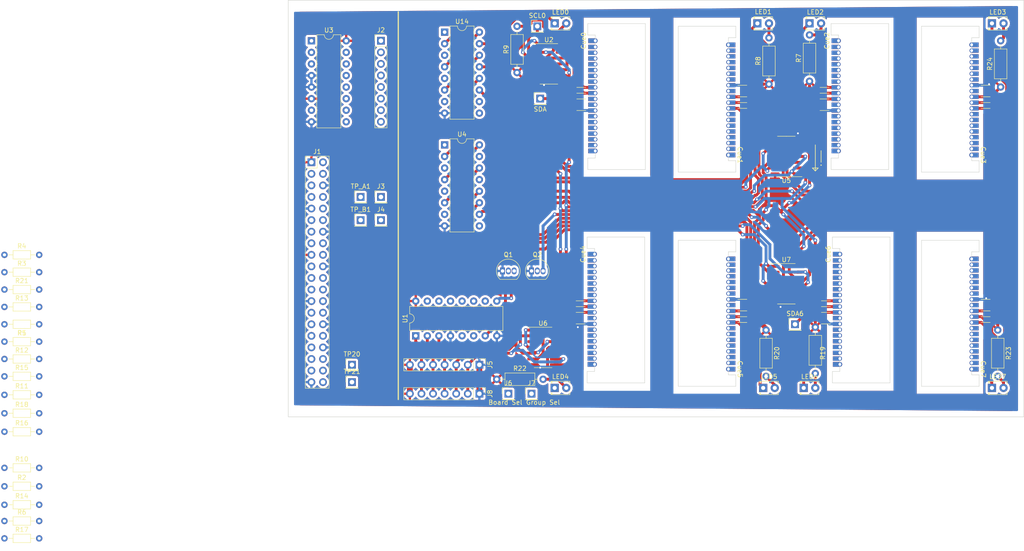
<source format=kicad_pcb>
(kicad_pcb (version 20211014) (generator pcbnew)
  (layers (0 "F.Cu" signal) (31 "B.Cu" signal) (34 "B.Paste" user) (35 "F.Paste" user) (36 "B.SilkS" user "B.Silkscreen") (37 "F.SilkS" user "F.Silkscreen") (38 "B.Mask" user) (39 "F.Mask" user) (44 "Edge.Cuts" user))
  (net 0 "")
  (net 1 "Net-(Cue0-Pad9)")
  (net 2 "Net-(Cue0-Pad10)")
  (net 3 "3v3")
  (net 4 "GND")
  (net 5 "Net-(Cue1-Pad9)")
  (net 6 "Net-(Cue1-Pad10)")
  (net 7 "Net-(SCL2-Pad1)")
  (net 8 "Net-(Cue2-Pad10)")
  (net 9 "Net-(Cue3-Pad9)")
  (net 10 "Net-(Cue3-Pad10)")
  (net 11 "Net-(Cue4-Pad9)")
  (net 12 "Net-(Cue4-Pad10)")
  (net 13 "Net-(Cue5-Pad9)")
  (net 14 "Net-(Cue5-Pad10)")
  (net 15 "Net-(Cue6-Pad9)")
  (net 16 "Net-(Cue6-Pad10)")
  (net 17 "Net-(Cue7-Pad9)")
  (net 18 "Net-(Cue7-Pad10)")
  (net 19 "Net-(EN0-Pad1)")
  (net 20 "Net-(EN1-Pad1)")
  (net 21 "Net-(R5-Pad1)")
  (net 22 "Net-(EN3-Pad1)")
  (net 23 "Net-(EN4-Pad1)")
  (net 24 "Net-(EN5-Pad1)")
  (net 25 "Net-(EN6-Pad1)")
  (net 26 "Net-(U1-Pad7)")
  (net 27 "Net-(J1-Pad2)")
  (net 28 "SDA")
  (net 29 "SCL")
  (net 33 "Net-(J1-Pad11)")
  (net 35 "a5")
  (net 36 "a0")
  (net 37 "a1")
  (net 38 "a2")
  (net 41 "a3")
  (net 51 "Net-(J1-Pad35)")
  (net 52 "Net-(J1-Pad36)")
  (net 53 "a4")
  (net 54 "Net-(J1-Pad38)")
  (net 55 "Net-(J1-Pad40)")
  (net 56 "Net-(J2-Pad1)")
  (net 57 "Net-(J2-Pad2)")
  (net 58 "Net-(J2-Pad3)")
  (net 59 "Net-(J2-Pad4)")
  (net 60 "Net-(J2-Pad5)")
  (net 61 "Net-(J2-Pad6)")
  (net 62 "Net-(J2-Pad7)")
  (net 63 "Net-(J2-Pad8)")
  (net 64 "Net-(U1-Pad5)")
  (net 65 "Net-(U1-Pad6)")
  (net 66 "Net-(LED0-Pad1)")
  (net 67 "Net-(LED0-Pad2)")
  (net 68 "Net-(LED1-Pad1)")
  (net 69 "Net-(LED1-Pad2)")
  (net 70 "Net-(LED2-Pad1)")
  (net 71 "Net-(LED2-Pad2)")
  (net 72 "Net-(LED3-Pad1)")
  (net 73 "Net-(LED3-Pad2)")
  (net 74 "Net-(LED4-Pad1)")
  (net 75 "Net-(LED4-Pad2)")
  (net 76 "Net-(LED5-Pad1)")
  (net 77 "Net-(LED5-Pad2)")
  (net 78 "Net-(LED6-Pad1)")
  (net 79 "Net-(LED6-Pad2)")
  (net 80 "Net-(LED7-Pad1)")
  (net 81 "Net-(LED7-Pad2)")
  (net 82 "Net-(Q1-Pad2)")
  (net 83 "Net-(Q1-Pad3)")
  (net 84 "Net-(R1-Pad2)")
  (net 85 "Net-(R2-Pad2)")
  (net 86 "Net-(R3-Pad2)")
  (net 87 "Net-(R4-Pad2)")
  (net 88 "Net-(R5-Pad2)")
  (net 89 "Net-(R6-Pad2)")
  (net 90 "Net-(U14-Pad7)")
  (net 91 "Net-(R11-Pad2)")
  (net 92 "Net-(R12-Pad2)")
  (net 93 "Net-(R13-Pad2)")
  (net 94 "Net-(R14-Pad2)")
  (net 95 "Net-(R15-Pad2)")
  (net 96 "Net-(R16-Pad2)")
  (net 97 "Net-(U14-Pad10)")
  (footprint "Resistor_THT:R_Axial_DIN0204_L3.6mm_D1.6mm_P7.62mm_Horizontal" (layer "F.Cu") (at -49.53 122.16)
    (fp_text reference "R14")
    (fp_text value "10k")
  )
  (footprint "LED_THT:LED_D2.0mm_W4.0mm_H2.8mm_FlatTop" (layer "F.Cu") (at 167.005 16.51)
    (fp_text reference "LED3")
    (fp_text value "LED")
  )
  (footprint "Resistor_THT:R_Axial_DIN0204_L3.6mm_D1.6mm_P7.62mm_Horizontal" (layer "F.Cu") (at -49.53 125.73)
    (fp_text reference "R6")
    (fp_text value "10k")
  )
  (footprint "Resistor_THT:R_Axial_DIN0204_L3.6mm_D1.6mm_P7.62mm_Horizontal" (layer "F.Cu") (at -49.53 102.08)
    (fp_text reference "R18")
    (fp_text value "10k")
  )
  (footprint "myfeets:cuecastle" (layer "F.Cu") (at 162.56 45.4025 180)
    (fp_text reference "Cue3")
    (fp_text value "cue")
    (fp_line (start 11 -3.762) (end 11 28.263) (layer "Edge.Cuts") (width 0.1))
    (fp_line (start -1.625 25.75) (end 0 25.75) (layer "Edge.Cuts") (width 0.1))
    (fp_line (start 0 25.75) (end 0 -1.25) (layer "Edge.Cuts") (width 0.1))
    (fp_line (start 11 28.263) (end -1.625 28.263) (layer "Edge.Cuts") (width 0.1))
    (fp_line (start 0 -1.25) (end -1.625 -1.25) (layer "Edge.Cuts") (width 0.1))
    (fp_line (start -1.625 -3.762) (end 11 -3.762) (layer "Edge.Cuts") (width 0.1))
    (fp_line (start -1.625 -1.25) (end -1.625 -3.762) (layer "Edge.Cuts") (width 0.1))
    (fp_line (start -1.625 28.263) (end -1.625 25.75) (layer "Edge.Cuts") (width 0.1))
  )
  (footprint "Resistor_THT:R_Axial_DIN0204_L3.6mm_D1.6mm_P7.62mm_Horizontal" (layer "F.Cu") (at -49.53 71.12)
    (fp_text reference "R3")
    (fp_text value "10k")
  )
  (footprint "Package_SO:SOIC-14_3.9x8.7mm_P1.27mm" (layer "F.Cu") (at 69.85 25.4)
    (fp_text reference "U2")
    (fp_text value "SN74CBTLV3125")
  )
  (footprint "LED_THT:LED_D2.0mm_W4.0mm_H2.8mm_FlatTop" (layer "F.Cu") (at 125.725 96.52)
    (fp_text reference "LED6")
    (fp_text value "LED")
  )
  (footprint "LED_THT:LED_D2.0mm_W4.0mm_H2.8mm_FlatTop" (layer "F.Cu") (at 115.57 16.51)
    (fp_text reference "LED1")
    (fp_text value "LED")
  )
  (footprint "Package_DIP:DIP-16_W7.62mm" (layer "F.Cu") (at 46.99 43.18)
    (fp_text reference "U4")
    (fp_text value "ULN2002")
  )
  (footprint "myfeets:cuecastle" (layer "F.Cu") (at 80.01 20.32)
    (fp_text reference "Cue0")
    (fp_text value "cue")
    (fp_line (start 0 -1.25) (end -1.625 -1.25) (layer "Edge.Cuts") (width 0.1))
    (fp_line (start -1.625 28.263) (end -1.625 25.75) (layer "Edge.Cuts") (width 0.1))
    (fp_line (start -1.625 25.75) (end 0 25.75) (layer "Edge.Cuts") (width 0.1))
    (fp_line (start -1.625 -3.762) (end 11 -3.762) (layer "Edge.Cuts") (width 0.1))
    (fp_line (start 11 28.263) (end -1.625 28.263) (layer "Edge.Cuts") (width 0.1))
    (fp_line (start 11 -3.762) (end 11 28.263) (layer "Edge.Cuts") (width 0.1))
    (fp_line (start 0 25.75) (end 0 -1.25) (layer "Edge.Cuts") (width 0.1))
    (fp_line (start -1.625 -1.25) (end -1.625 -3.762) (layer "Edge.Cuts") (width 0.1))
  )
  (footprint "Package_DIP:DIP-16_W7.62mm" (layer "F.Cu") (at 17.79 20.335)
    (fp_text reference "U3")
    (fp_text value "74HC137")
  )
  (footprint "Resistor_THT:R_Axial_DIN0204_L3.6mm_D1.6mm_P7.62mm_Horizontal" (layer "F.Cu") (at -49.53 118.11)
    (fp_text reference "R2")
    (fp_text value "10k")
  )
  (footprint "Connector_PinHeader_2.54mm:PinHeader_1x01_P2.54mm_Vertical" (layer "F.Cu") (at 67.945 33.02)
    (fp_text reference "TP5" hide)
    (fp_text value "SDA")
  )
  (footprint "Connector_PinHeader_2.54mm:PinHeader_1x01_P2.54mm_Vertical" (layer "F.Cu") (at 67.31 17.145)
    (fp_text reference "SCL0")
    (fp_text value "SCL0")
  )
  (footprint "Resistor_THT:R_Axial_DIN0207_L6.3mm_D2.5mm_P10.16mm_Horizontal" (layer "F.Cu") (at 58.42 94.615)
    (fp_text reference "R22")
    (fp_text value "820")
  )
  (footprint "myfeets:cuecastle" (layer "F.Cu") (at 133.65 67.16)
    (fp_text reference "Cue6")
    (fp_text value "cue")
    (fp_line (start 11 28.263) (end -1.625 28.263) (layer "Edge.Cuts") (width 0.1))
    (fp_line (start -1.625 -3.762) (end 11 -3.762) (layer "Edge.Cuts") (width 0.1))
    (fp_line (start 0 25.75) (end 0 -1.25) (layer "Edge.Cuts") (width 0.1))
    (fp_line (start -1.625 28.263) (end -1.625 25.75) (layer "Edge.Cuts") (width 0.1))
    (fp_line (start 0 -1.25) (end -1.625 -1.25) (layer "Edge.Cuts") (width 0.1))
    (fp_line (start -1.625 25.75) (end 0 25.75) (layer "Edge.Cuts") (width 0.1))
    (fp_line (start 11 -3.762) (end 11 28.263) (layer "Edge.Cuts") (width 0.1))
    (fp_line (start -1.625 -1.25) (end -1.625 -3.762) (layer "Edge.Cuts") (width 0.1))
  )
  (footprint "Package_SO:SOIC-14_3.9x8.7mm_P1.27mm" (layer "F.Cu") (at 121.92 73.66)
    (fp_text reference "U7")
    (fp_text value "SN74CBTLV3125")
  )
  (footprint "LED_THT:LED_D2.0mm_W4.0mm_H2.8mm_FlatTop" (layer "F.Cu") (at 71.12 16.51)
    (fp_text reference "LED0")
    (fp_text value "LED")
  )
  (footprint "myfeets:cuecastle" (layer "F.Cu") (at 109.22 92.3925 180)
    (fp_text reference "Cue5")
    (fp_text value "cue")
    (fp_line (start -1.625 -3.762) (end 11 -3.762) (layer "Edge.Cuts") (width 0.1))
    (fp_line (start -1.625 28.263) (end -1.625 25.75) (layer "Edge.Cuts") (width 0.1))
    (fp_line (start 0 25.75) (end 0 -1.25) (layer "Edge.Cuts") (width 0.1))
    (fp_line (start 11 28.263) (end -1.625 28.263) (layer "Edge.Cuts") (width 0.1))
    (fp_line (start -1.625 -1.25) (end -1.625 -3.762) (layer "Edge.Cuts") (width 0.1))
    (fp_line (start -1.625 25.75) (end 0 25.75) (layer "Edge.Cuts") (width 0.1))
    (fp_line (start 0 -1.25) (end -1.625 -1.25) (layer "Edge.Cuts") (width 0.1))
    (fp_line (start 11 -3.762) (end 11 28.263) (layer "Edge.Cuts") (width 0.1))
  )
  (footprint "LED_THT:LED_D2.0mm_W4.0mm_H2.8mm_FlatTop" (layer "F.Cu") (at 167.005 96.52)
    (fp_text reference "LED7")
    (fp_text value "LED")
  )
  (footprint "myfeets:cuecastle" (layer "F.Cu") (at 162.56 92.3925 180)
    (fp_text reference "Cue7")
    (fp_text value "cue")
    (fp_line (start 11 -3.762) (end 11 28.263) (layer "Edge.Cuts") (width 0.1))
    (fp_line (start 11 28.263) (end -1.625 28.263) (layer "Edge.Cuts") (width 0.1))
    (fp_line (start 0 25.75) (end 0 -1.25) (layer "Edge.Cuts") (width 0.1))
    (fp_line (start 0 -1.25) (end -1.625 -1.25) (layer "Edge.Cuts") (width 0.1))
    (fp_line (start -1.625 25.75) (end 0 25.75) (layer "Edge.Cuts") (width 0.1))
    (fp_line (start -1.625 -3.762) (end 11 -3.762) (layer "Edge.Cuts") (width 0.1))
    (fp_line (start -1.625 -1.25) (end -1.625 -3.762) (layer "Edge.Cuts") (width 0.1))
    (fp_line (start -1.625 28.263) (end -1.625 25.75) (layer "Edge.Cuts") (width 0.1))
  )
  (footprint "Connector_PinHeader_2.54mm:PinHeader_2x20_P2.54mm_Vertical" (layer "F.Cu") (at 17.78 46.99)
    (fp_text reference "J1")
    (fp_text value "Raspberry_Pi_2_3")
  )
  (footprint "Resistor_THT:R_Axial_DIN0207_L6.3mm_D2.5mm_P10.16mm_Horizontal" (layer "F.Cu") (at 118.11 29.845 90)
    (fp_text reference "R8")
    (fp_text value "820")
  )
  (footprint "Connector_PinHeader_2.54mm:PinHeader_1x01_P2.54mm_Vertical" (layer "F.Cu") (at 33.02 59.69)
    (fp_text reference "J4")
    (fp_text value "Group Sel B")
  )
  (footprint "LED_THT:LED_D2.0mm_W4.0mm_H2.8mm_FlatTop" (layer "F.Cu") (at 116.84 96.52)
    (fp_text reference "LED5")
    (fp_text value "LED")
  )
  (footprint "Resistor_THT:R_Axial_DIN0207_L6.3mm_D2.5mm_P10.16mm_Horizontal" (layer "F.Cu") (at 127 29.21 90)
    (fp_text reference "R7")
    (fp_text value "820")
  )
  (footprint "Resistor_THT:R_Axial_DIN0207_L6.3mm_D2.5mm_P10.16mm_Horizontal" (layer "F.Cu") (at 62.865 27.305 90)
    (fp_text reference "R9")
    (fp_text value "820")
  )
  (footprint "Resistor_THT:R_Axial_DIN0204_L3.6mm_D1.6mm_P7.62mm_Horizontal" (layer "F.Cu") (at -49.53 129.54)
    (fp_text reference "R17")
    (fp_text value "10k")
  )
  (footprint "Resistor_THT:R_Axial_DIN0207_L6.3mm_D2.5mm_P10.16mm_Horizontal" (layer "F.Cu") (at 117.475 83.82 -90)
    (fp_text reference "R20")
    (fp_text value "820")
  )
  (footprint "Package_TO_SOT_THT:TO-92_Inline" (layer "F.Cu") (at 59.69 70.845)
    (fp_text reference "Q1")
    (fp_text value "2N3904")
  )
  (footprint "Connector_PinHeader_2.54mm:PinHeader_1x01_P2.54mm_Vertical" (layer "F.Cu") (at 28.575 54.61)
    (fp_text reference "TP_A1")
    (fp_text value "A")
  )
  (footprint "Connector_PinHeader_2.54mm:PinHeader_1x07_P2.54mm_Vertical" (layer "F.Cu") (at 54.61 91.44 -90)
    (fp_text reference "J5")
    (fp_text value "common up")
  )
  (footprint "Package_TO_SOT_THT:TO-92_Inline" (layer "F.Cu") (at 66.04 70.845)
    (fp_text reference "Q2")
    (fp_text value "2N3904")
  )
  (footprint "Resistor_THT:R_Axial_DIN0204_L3.6mm_D1.6mm_P7.62mm_Horizontal" (layer "F.Cu") (at -49.53 74.93)
    (fp_text reference "R21")
    (fp_text value "10k")
  )
  (footprint "myfeets:cuecastle" (layer "F.Cu") (at 133.35 20.32)
    (fp_text reference "Cue2")
    (fp_text value "cue")
    (fp_line (start 11 28.263) (end -1.625 28.263) (layer "Edge.Cuts") (width 0.1))
    (fp_line (start -1.625 25.75) (end 0 25.75) (layer "Edge.Cuts") (width 0.1))
    (fp_line (start 0 -1.25) (end -1.625 -1.25) (layer "Edge.Cuts") (width 0.1))
    (fp_line (start -1.625 -1.25) (end -1.625 -3.762) (layer "Edge.Cuts") (width 0.1))
    (fp_line (start 11 -3.762) (end 11 28.263) (layer "Edge.Cuts") (width 0.1))
    (fp_line (start 0 25.75) (end 0 -1.25) (layer "Edge.Cuts") (width 0.1))
    (fp_line (start -1.625 28.263) (end -1.625 25.75) (layer "Edge.Cuts") (width 0.1))
    (fp_line (start -1.625 -3.762) (end 11 -3.762) (layer "Edge.Cuts") (width 0.1))
  )
  (footprint "myfeets:cuecastle" (layer "F.Cu") (at 109.22 45.4025 180)
    (fp_text reference "Cue1")
    (fp_text value "cue")
    (fp_line (start 0 25.75) (end 0 -1.25) (layer "Edge.Cuts") (width 0.1))
    (fp_line (start -1.625 28.263) (end -1.625 25.75) (layer "Edge.Cuts") (width 0.1))
    (fp_line (start -1.625 -1.25) (end -1.625 -3.762) (layer "Edge.Cuts") (width 0.1))
    (fp_line (start 11 28.263) (end -1.625 28.263) (layer "Edge.Cuts") (width 0.1))
    (fp_line (start 0 -1.25) (end -1.625 -1.25) (layer "Edge.Cuts") (width 0.1))
    (fp_line (start -1.625 25.75) (end 0 25.75) (layer "Edge.Cuts") (width 0.1))
    (fp_line (start -1.625 -3.762) (end 11 -3.762) (layer "Edge.Cuts") (width 0.1))
    (fp_line (start 11 -3.762) (end 11 28.263) (layer "Edge.Cuts") (width 0.1))
  )
  (footprint "Package_DIP:DIP-16_W7.62mm" (layer "F.Cu") (at 40.655 85.08 90)
    (fp_text reference "U1")
    (fp_text value "74HC137")
  )
  (footprint "Package_SO:SOIC-14_3.9x8.7mm_P1.27mm" (layer "F.Cu") (at 68.58 87.63)
    (fp_text reference "U6")
    (fp_text value "SN74CBTLV3125")
  )
  (footprint "Package_DIP:DIP-16_W7.62mm" (layer "F.Cu") (at 46.99 18.43)
    (fp_text reference "U14")
    (fp_text value "ULN2002")
  )
  (footprint "Connector_PinHeader_2.54mm:PinHeader_1x07_P2.54mm_Vertical" (layer "F.Cu") (at 54.61 97.79 -90)
    (fp_text reference "J8")
    (fp_text value "common down")
  )
  (footprint "Connector_PinHeader_2.54mm:PinHeader_1x01_P2.54mm_Vertical" (layer "F.Cu") (at 60.96 97.79)
    (fp_text reference "J6")
    (fp_text value "Board Sel")
  )
  (footprint "Connector_PinHeader_2.54mm:PinHeader_1x08_P2.54mm_Vertical" (layer "F.Cu") (at 33.02 20.32)
    (fp_text reference "J2")
    (fp_text value "board sel")
  )
  (footprint "Resistor_THT:R_Axial_DIN0207_L6.3mm_D2.5mm_P10.16mm_Horizontal" (layer "F.Cu") (at 128.27 83.185 -90)
    (fp_text reference "R19")
    (fp_text value "820")
  )
  (footprint "Resistor_THT:R_Axial_DIN0204_L3.6mm_D1.6mm_P7.62mm_Horizontal" (layer "F.Cu") (at -49.53 78.74)
    (fp_text reference "R13")
    (fp_text value "10k")
  )
  (footprint "Resistor_THT:R_Axial_DIN0204_L3.6mm_D1.6mm_P7.62mm_Horizontal" (layer "F.Cu") (at -41.91 82.55 180)
    (fp_text reference "R5")
    (fp_text value "10k")
  )
  (footprint "Resistor_THT:R_Axial_DIN0204_L3.6mm_D1.6mm_P7.62mm_Horizontal" (layer "F.Cu") (at -49.53 98.03)
    (fp_text reference "R11")
    (fp_text value "10k")
  )
  (footprint "Connector_PinHeader_2.54mm:PinHeader_1x01_P2.54mm_Vertical" (layer "F.Cu") (at 123.825 82.55)
    (fp_text reference "SDA6")
    (fp_text value "SDA6")
  )
  (footprint "Resistor_THT:R_Axial_DIN0204_L3.6mm_D1.6mm_P7.62mm_Horizontal" (layer "F.Cu") (at -49.53 106.13)
    (fp_text reference "R16")
    (fp_text value "10k")
  )
  (footprint "Connector_PinHeader_2.54mm:PinHeader_1x01_P2.54mm_Vertical" (layer "F.Cu") (at 33.02 54.61)
    (fp_text reference "J3")
    (fp_text value "Group Sel A")
  )
  (footprint "Resistor_THT:R_Axial_DIN0207_L6.3mm_D2.5mm_P10.16mm_Horizontal" (layer "F.Cu") (at 168.275 83.82 -90)
    (fp_text reference "R23")
    (fp_text value "820")
  )
  (footprint "Resistor_THT:R_Axial_DIN0204_L3.6mm_D1.6mm_P7.62mm_Horizontal" (layer "F.Cu") (at -49.53 114.06)
    (fp_text reference "R10")
    (fp_text value "10k")
  )
  (footprint "Resistor_THT:R_Axial_DIN0207_L6.3mm_D2.5mm_P10.16mm_Horizontal" (layer "F.Cu") (at 168.91 30.48 90)
    (fp_text reference "R24")
    (fp_text value "820")
  )
  (footprint "Resistor_THT:R_Axial_DIN0204_L3.6mm_D1.6mm_P7.62mm_Horizontal" (layer "F.Cu") (at -49.53 86.36)
    (fp_text reference "R1")
    (fp_text value "10k")
  )
  (footprint "Connector_PinHeader_2.54mm:PinHeader_1x01_P2.54mm_Vertical" (layer "F.Cu") (at 26.67 95.25)
    (fp_text reference "TP21")
    (fp_text value "21")
  )
  (footprint "Connector_PinHeader_2.54mm:PinHeader_1x01_P2.54mm_Vertical" (layer "F.Cu") (at 26.67 91.44)
    (fp_text reference "TP20")
    (fp_text value "20")
  )
  (footprint "myfeets:cuecastle" (layer "F.Cu") (at 79.86 67.16)
    (fp_text reference "Cue4")
    (fp_text value "cue")
    (fp_line (start 0 25.75) (end 0 -1.25) (layer "Edge.Cuts") (width 0.1))
    (fp_line (start 11 -3.762) (end 11 28.263) (layer "Edge.Cuts") (width 0.1))
    (fp_line (start -1.625 25.75) (end 0 25.75) (layer "Edge.Cuts") (width 0.1))
    (fp_line (start -1.625 -3.762) (end 11 -3.762) (layer "Edge.Cuts") (width 0.1))
    (fp_line (start -1.625 -1.25) (end -1.625 -3.762) (layer "Edge.Cuts") (width 0.1))
    (fp_line (start -1.625 28.263) (end -1.625 25.75) (layer "Edge.Cuts") (width 0.1))
    (fp_line (start 0 -1.25) (end -1.625 -1.25) (layer "Edge.Cuts") (width 0.1))
    (fp_line (start 11 28.263) (end -1.625 28.263) (layer "Edge.Cuts") (width 0.1))
  )
  (footprint "Connector_PinHeader_2.54mm:PinHeader_1x01_P2.54mm_Vertical" (layer "F.Cu") (at 66.04 97.79)
    (fp_text reference "J7")
    (fp_text value "Group Sel")
  )
  (footprint "Resistor_THT:R_Axial_DIN0204_L3.6mm_D1.6mm_P7.62mm_Horizontal" (layer "F.Cu") (at -49.53 67.31)
    (fp_text reference "R4")
    (fp_text value "10k")
  )
  (footprint "LED_THT:LED_D2.0mm_W4.0mm_H2.8mm_FlatTop" (layer "F.Cu") (at 126.995 16.51)
    (fp_text reference "LED2")
    (fp_text value "LED")
  )
  (footprint "Resistor_THT:R_Axial_DIN0204_L3.6mm_D1.6mm_P7.62mm_Horizontal" (layer "F.Cu") (at -49.53 93.98)
    (fp_text reference "R15")
    (fp_text value "10k")
  )
  (footprint "Package_SO:SOIC-14_3.9x8.7mm_P1.27mm" (layer "F.Cu") (at 121.92 45.72 180)
    (fp_text reference "U5")
    (fp_text value "SN74CBTLV3125")
  )
  (footprint "Connector_PinHeader_2.54mm:PinHeader_1x01_P2.54mm_Vertical" (layer "F.Cu") (at 28.575 59.69)
    (fp_text reference "TP_B1")
    (fp_text value "B")
  )
  (footprint "LED_THT:LED_D2.0mm_W4.0mm_H2.8mm_FlatTop" (layer "F.Cu") (at 71.12 96.52)
    (fp_text reference "LED4")
    (fp_text value "LED")
  )
  (footprint "Resistor_THT:R_Axial_DIN0204_L3.6mm_D1.6mm_P7.62mm_Horizontal" (layer "F.Cu") (at -49.53 90.17)
    (fp_text reference "R12")
    (fp_text value "10k")
  )
  (gr_line (start 36.83 13.97) (end 36.83 99.06) (layer "F.SilkS") (width 0.254))
  (gr_circle (center 129.54 47.625) (end 129.54 47.625) (layer "F.SilkS") (width 0.15) (fill none))
  (gr_line (start 129.54 44.45) (end 129.54 46.99) (layer "F.SilkS") (width 0.15))
  (gr_line (start 128.27 48.895) (end 127.635 48.26) (layer "F.SilkS") (width 0.15))
  (gr_line (start 127.635 48.26) (end 128.905 48.26) (layer "F.SilkS") (width 0.15))
  (gr_line (start 128.27 43.18) (end 128.27 48.895) (layer "F.SilkS") (width 0.15))
  (gr_line (start 128.905 48.26) (end 128.27 48.895) (layer "F.SilkS") (width 0.15))
  (gr_rect (start 12.7 11.43) (end 173.99 102.87) (layer "Edge.Cuts") (width 0.1) (fill none))
  (segment (start 79.73498 90.17) (end 79.73498 90.08) (width 0.25) (layer "F.Cu") (net 0))
  (segment (start 79.73498 91.44) (end 79.73498 91.348) (width 0.25) (layer "F.Cu") (net 0))
  (segment (start 79.73498 87.63) (end 79.73498 87.544) (width 0.25) (layer "F.Cu") (net 0))
  (segment (start 79.73498 88.9) (end 79.73498 88.812) (width 0.25) (layer "F.Cu") (net 0))
  (segment (start 79.73498 86.36) (end 79.73498 86.277) (width 0.25) (layer "F.Cu") (net 0))
  (segment (start 76.2 21.59) (end 76.2 29.21) (width 0.635) (layer "F.Cu") (net 1))
  (segment (start 67.31 17.145) (end 67.31 18.415) (width 0.635) (layer "F.Cu") (net 1))
  (segment (start 65.405 19.685) (end 66.04 19.05) (width 0.635) (layer "F.Cu") (net 1))
  (segment (start 73.66 19.05) (end 76.2 21.59) (width 0.635) (layer "F.Cu") (net 1))
  (segment (start 67.31 18.415) (end 67.945 19.05) (width 0.635) (layer "F.Cu") (net 1))
  (segment (start 76.2 29.21) (end 77.552 30.562) (width 0.635) (layer "F.Cu") (net 1))
  (segment (start 65.405 22.808308) (end 65.405 19.685) (width 0.635) (layer "F.Cu") (net 1))
  (segment (start 77.552 30.562) (end 79.69248 30.562) (width 0.635) (layer "F.Cu") (net 1))
  (segment (start 67.945 19.05) (end 73.66 19.05) (width 0.635) (layer "F.Cu") (net 1))
  (segment (start 66.726692 24.13) (end 65.405 22.808308) (width 0.635) (layer "F.Cu") (net 1))
  (segment (start 66.04 19.05) (end 67.945 19.05) (width 0.635) (layer "F.Cu") (net 1))
  (segment (start 67.375 24.13) (end 66.726692 24.13) (width 0.635) (layer "F.Cu") (net 1))
  (segment (start 77.55 31.83) (end 79.69248 31.83) (width 0.635) (layer "F.Cu") (net 2))
  (segment (start 68.58 27.94) (end 68.86702 27.65298) (width 0.635) (layer "F.Cu") (net 2))
  (segment (start 75.36548 22.712172) (end 75.36548 29.64548) (width 0.635) (layer "F.Cu") (net 2))
  (segment (start 67.375 27.94) (end 68.58 27.94) (width 0.635) (layer "F.Cu") (net 2))
  (segment (start 75.36548 29.64548) (end 77.55 31.83) (width 0.635) (layer "F.Cu") (net 2))
  (segment (start 68.86702 27.65298) (end 68.86702 24.47798) (width 0.635) (layer "F.Cu") (net 2))
  (segment (start 70.83298 22.51202) (end 70.83298 21.163712) (width 0.635) (layer "F.Cu") (net 2))
  (segment (start 68.86702 24.47798) (end 70.83298 22.51202) (width 0.635) (layer "F.Cu") (net 2))
  (segment (start 71.241212 20.75548) (end 73.408788 20.75548) (width 0.635) (layer "F.Cu") (net 2))
  (segment (start 70.83298 21.163712) (end 71.241212 20.75548) (width 0.635) (layer "F.Cu") (net 2))
  (segment (start 73.408788 20.75548) (end 75.36548 22.712172) (width 0.635) (layer "F.Cu") (net 2))
  (segment (start 168.91 30.48) (end 166.7655 32.6245) (width 0.635) (layer "F.Cu") (net 3))
  (segment (start 72.39 83.82) (end 76.272 79.938) (width 0.635) (layer "F.Cu") (net 3))
  (segment (start 128.27 81.28) (end 129.612 79.938) (width 0.635) (layer "F.Cu") (net 3))
  (segment (start 113.9045 79.6145) (end 109.53752 79.6145) (width 0.635) (layer "F.Cu") (net 3))
  (segment (start 127 29.21) (end 127 30.48) (width 0.635) (layer "F.Cu") (net 3))
  (segment (start 118.11 29.845) (end 116.84 29.845) (width 0.635) (layer "F.Cu") (net 3))
  (segment (start 39.37 91.44) (end 39.365 91.445) (width 1.27) (layer "F.Cu") (net 3))
  (segment (start 165.3395 79.6145) (end 162.87752 79.6145) (width 0.635) (layer "F.Cu") (net 3))
  (segment (start 117.475 83.82) (end 117.475 83.185) (width 0.635) (layer "F.Cu") (net 3))
  (segment (start 129.618 33.098) (end 133.03248 33.098) (width 0.635) (layer "F.Cu") (net 3))
  (segment (start 39.365 91.445) (end 39.365 97.79) (width 1.27) (layer "F.Cu") (net 3))
  (segment (start 166.7655 32.6245) (end 162.87752 32.6245) (width 0.635) (layer "F.Cu") (net 3))
  (segment (start 72.325 21.59) (end 71.676692 21.59) (width 0.635) (layer "F.Cu") (net 3))
  (segment (start 71.055 83.82) (end 72.39 83.82) (width 0.635) (layer "F.Cu") (net 3))
  (segment (start 128.27 83.185) (end 128.27 81.28) (width 0.635) (layer "F.Cu") (net 3))
  (segment (start 39.365 91.44) (end 39.37 91.44) (width 1.27) (layer "F.Cu") (net 3))
  (segment (start 117.475 83.185) (end 113.9045 79.6145) (width 0.635) (layer "F.Cu") (net 3))
  (segment (start 168.275 83.82) (end 168.275 82.55) (width 0.635) (layer "F.Cu") (net 3))
  (segment (start 116.84 29.845) (end 114.0605 32.6245) (width 0.635) (layer "F.Cu") (net 3))
  (segment (start 129.612 79.938) (end 133.33248 79.938) (width 0.635) (layer "F.Cu") (net 3))
  (segment (start 127 30.48) (end 129.618 33.098) (width 0.635) (layer "F.Cu") (net 3))
  (segment (start 76.272 79.938) (end 79.54248 79.938) (width 0.635) (layer "F.Cu") (net 3))
  (segment (start 168.275 82.55) (end 165.3395 79.6145) (width 0.635) (layer "F.Cu") (net 3))
  (segment (start 114.0605 32.6245) (end 109.53752 32.6245) (width 0.635) (layer "F.Cu") (net 3))
  (segment (start 124.395 41.91) (end 124.395 40.705) (width 0.635) (layer "F.Cu") (net 4))
  (segment (start 67.375 29.21) (end 67.31 29.21) (width 0.635) (layer "F.Cu") (net 4))
  (segment (start 68.14954 30.04954) (end 68.78454 30.04954) (width 0.635) (layer "F.Cu") (net 4))
  (segment (start 119.445 77.47) (end 119.445 77.535) (width 0.635) (layer "F.Cu") (net 4))
  (segment (start 67.31 91.44) (end 67.945 92.075) (width 0.635) (layer "F.Cu") (net 4))
  (segment (start 66.105 91.44) (end 66.105 91.505) (width 0.635) (layer "F.Cu") (net 4))
  (segment (start 66.105 91.44) (end 67.31 91.44) (width 0.635) (layer "F.Cu") (net 4))
  (segment (start 119.445 77.535) (end 120.65 78.74) (width 0.635) (layer "F.Cu") (net 4))
  (segment (start 124.395 40.705) (end 124.46 40.64) (width 0.635) (layer "F.Cu") (net 4))
  (segment (start 67.31 29.21) (end 68.14954 30.04954) (width 0.635) (layer "F.Cu") (net 4))
  (segment (start 54.605 91.44) (end 54.605 97.79) (width 1.27) (layer "F.Cu") (net 4))
  (via (at 120.65 78.74) (size 0.8) (drill 0.4) (layers "F.Cu" "B.Cu") (net 4))
  (via (at 68.78454 30.04954) (size 0.8) (drill 0.4) (layers "F.Cu" "B.Cu") (net 4))
  (via (at 166.37 29.845) (size 0.8) (drill 0.4) (layers "F.Cu" "B.Cu") (net 4))
  (via (at 76.2 83.185) (size 0.8) (drill 0.4) (layers "F.Cu" "B.Cu") (net 4))
  (via (at 67.945 92.075) (size 0.8) (drill 0.4) (layers "F.Cu" "B.Cu") (net 4))
  (via (at 165.735 76.835) (size 0.8) (drill 0.4) (layers "F.Cu" "B.Cu") (net 4))
  (via (at 124.46 40.64) (size 0.8) (drill 0.4) (layers "F.Cu" "B.Cu") (net 4))
  (segment (start 114.3 78.74) (end 112.6395 77.0795) (width 0.635) (layer "B.Cu") (net 4))
  (segment (start 68.78454 30.04954) (end 74.368 35.633) (width 0.635) (layer "B.Cu") (net 4))
  (segment (start 113.9095 30.0895) (end 109.53752 30.0895) (width 0.635) (layer "B.Cu") (net 4))
  (segment (start 76.2 83.185) (end 76.912 82.473) (width 0.635) (layer "B.Cu") (net 4))
  (segment (start 120.65 78.74) (end 114.3 78.74) (width 0.635) (layer "B.Cu") (net 4))
  (segment (start 165.735 76.835) (end 165.4905 77.0795) (width 0.635) (layer "B.Cu") (net 4))
  (segment (start 124.46 40.64) (end 129.467 35.633) (width 0.635) (layer "B.Cu") (net 4))
  (segment (start 74.368 35.633) (end 79.69248 35.633) (width 0.635) (layer "B.Cu") (net 4))
  (segment (start 166.37 29.845) (end 166.1255 30.0895) (width 0.635) (layer "B.Cu") (net 4))
  (segment (start 120.65 78.74) (end 127.635 78.74) (width 0.635) (layer "B.Cu") (net 4))
  (segment (start 112.6395 77.0795) (end 109.53752 77.0795) (width 0.635) (layer "B.Cu") (net 4))
  (segment (start 166.1255 30.0895) (end 162.87752 30.0895) (width 0.635) (layer "B.Cu") (net 4))
  (segment (start 127.635 78.74) (end 131.368 82.473) (width 0.635) (layer "B.Cu") (net 4))
  (segment (start 124.46 40.64) (end 113.9095 30.0895) (width 0.635) (layer "B.Cu") (net 4))
  (segment (start 131.368 82.473) (end 133.33248 82.473) (width 0.635) (layer "B.Cu") (net 4))
  (segment (start 129.467 35.633) (end 133.03248 35.633) (width 0.635) (layer "B.Cu") (net 4))
  (segment (start 76.912 82.473) (end 79.54248 82.473) (width 0.635) (layer "B.Cu") (net 4))
  (segment (start 165.4905 77.0795) (end 162.87752 77.0795) (width 0.635) (layer "B.Cu") (net 4))
  (segment (start 72.325 46.31685) (end 73.915161 47.907011) (width 0.635) (layer "F.Cu") (net 5))
  (segment (start 72.325 29.21) (end 72.325 46.31685) (width 0.635) (layer "F.Cu") (net 5))
  (segment (start 77.47 50.8) (end 111.76 50.8) (width 0.635) (layer "F.Cu") (net 5))
  (segment (start 74.577011 47.907011) (end 77.47 50.8) (width 0.635) (layer "F.Cu") (net 5))
  (segment (start 73.915161 47.907011) (end 74.577011 47.907011) (width 0.635) (layer "F.Cu") (net 5))
  (segment (start 112.395 50.165) (end 112.395 36.195) (width 0.635) (layer "F.Cu") (net 5))
  (segment (start 111.3605 35.1605) (end 109.53752 35.1605) (width 0.635) (layer "F.Cu") (net 5))
  (segment (start 111.76 50.8) (end 112.395 50.165) (width 0.635) (layer "F.Cu") (net 5))
  (segment (start 112.395 36.195) (end 111.3605 35.1605) (width 0.635) (layer "F.Cu") (net 5))
  (segment (start 71.12 29.923308) (end 71.12 46.292039) (width 0.635) (layer "F.Cu") (net 6))
  (segment (start 72.325 25.4) (end 71.12 25.4) (width 0.635) (layer "F.Cu") (net 6))
  (segment (start 71.12 25.4) (end 70.68452 25.83548) (width 0.635) (layer "F.Cu") (net 6))
  (segment (start 70.68452 25.83548) (end 70.68452 29.487828) (width 0.635) (layer "F.Cu") (net 6))
  (segment (start 113.19154 33.8925) (end 109.53752 33.8925) (width 0.635) (layer "F.Cu") (net 6))
  (segment (start 113.22952 50.51067) (end 113.22952 33.93048) (width 0.635) (layer "F.Cu") (net 6))
  (segment (start 70.68452 29.487828) (end 71.12 29.923308) (width 0.635) (layer "F.Cu") (net 6))
  (segment (start 112.10567 51.63452) (end 113.22952 50.51067) (width 0.635) (layer "F.Cu") (net 6))
  (segment (start 77.12433 51.63452) (end 112.10567 51.63452) (width 0.635) (layer "F.Cu") (net 6))
  (segment (start 113.22952 33.93048) (end 113.19154 33.8925) (width 0.635) (layer "F.Cu") (net 6))
  (segment (start 73.569492 48.741531) (end 74.231341 48.741531) (width 0.635) (layer "F.Cu") (net 6))
  (segment (start 74.231341 48.741531) (end 77.12433 51.63452) (width 0.635) (layer "F.Cu") (net 6))
  (segment (start 71.12 46.292039) (end 73.569492 48.741531) (width 0.635) (layer "F.Cu") (net 6))
  (segment (start 123.825 26.67) (end 129.450189 26.67) (width 0.635) (layer "F.Cu") (net 7))
  (segment (start 124.395 46.99) (end 123.746692 46.99) (width 0.635) (layer "F.Cu") (net 7))
  (segment (start 122.90298 46.146288) (end 122.90298 27.59202) (width 0.635) (layer "F.Cu") (net 7))
  (segment (start 130.892 30.562) (end 133.03248 30.562) (width 0.635) (layer "F.Cu") (net 7))
  (segment (start 130.37452 27.594331) (end 130.37452 30.04452) (width 0.635) (layer "F.Cu") (net 7))
  (segment (start 129.450189 26.67) (end 130.37452 27.594331) (width 0.635) (layer "F.Cu") (net 7))
  (segment (start 130.37452 30.04452) (end 130.892 30.562) (width 0.635) (layer "F.Cu") (net 7))
  (segment (start 122.90298 27.59202) (end 123.825 26.67) (width 0.635) (layer "F.Cu") (net 7))
  (segment (start 123.746692 46.99) (end 122.90298 46.146288) (width 0.635) (layer "F.Cu") (net 7))
  (segment (start 124.89548 27.50452) (end 129.10452 27.50452) (width 0.635) (layer "F.Cu") (net 8))
  (segment (start 128.905 39.318308) (end 124.46 34.873308) (width 0.635) (layer "F.Cu") (net 8))
  (segment (start 125.043308 43.18) (end 128.905 39.318308) (width 0.635) (layer "F.Cu") (net 8))
  (segment (start 129.54 27.94) (end 129.54 31.115) (width 0.635) (layer "F.Cu") (net 8))
  (segment (start 124.46 34.873308) (end 124.46 27.94) (width 0.635) (layer "F.Cu") (net 8))
  (segment (start 124.46 27.94) (end 124.89548 27.50452) (width 0.635) (layer "F.Cu") (net 8))
  (segment (start 129.54 31.115) (end 130.255 31.83) (width 0.635) (layer "F.Cu") (net 8))
  (segment (start 129.10452 27.50452) (end 129.54 27.94) (width 0.635) (layer "F.Cu") (net 8))
  (segment (start 130.255 31.83) (end 133.03248 31.83) (width 0.635) (layer "F.Cu") (net 8))
  (segment (start 124.395 43.18) (end 125.043308 43.18) (width 0.635) (layer "F.Cu") (net 8))
  (segment (start 167.005 53.34) (end 167.005 36.83) (width 0.635) (layer "F.Cu") (net 9))
  (segment (start 125.73 53.34) (end 167.005 53.34) (width 0.635) (layer "F.Cu") (net 9))
  (segment (start 120.093308 41.91) (end 122.06846 43.885152) (width 0.635) (layer "F.Cu") (net 9))
  (segment (start 119.445 41.91) (end 120.093308 41.91) (width 0.635) (layer "F.Cu") (net 9))
  (segment (start 122.06846 43.885152) (end 122.06846 49.67846) (width 0.635) (layer "F.Cu") (net 9))
  (segment (start 165.3355 35.1605) (end 162.87752 35.1605) (width 0.635) (layer "F.Cu") (net 9))
  (segment (start 167.005 36.83) (end 165.3355 35.1605) (width 0.635) (layer "F.Cu") (net 9))
  (segment (start 122.06846 49.67846) (end 125.73 53.34) (width 0.635) (layer "F.Cu") (net 9))
  (segment (start 168.275 53.250189) (end 168.275 36.91981) (width 0.635) (layer "F.Cu") (net 10))
  (segment (start 121.23394 46.860632) (end 121.23394 50.11394) (width 0.635) (layer "F.Cu") (net 10))
  (segment (start 120.093308 45.72) (end 121.23394 46.860632) (width 0.635) (layer "F.Cu") (net 10))
  (segment (start 119.445 45.72) (end 120.093308 45.72) (width 0.635) (layer "F.Cu") (net 10))
  (segment (start 125.29452 54.17452) (end 167.350669 54.17452) (width 0.635) (layer "F.Cu") (net 10))
  (segment (start 167.350669 54.17452) (end 168.275 53.250189) (width 0.635) (layer "F.Cu") (net 10))
  (segment (start 121.23394 50.11394) (end 125.29452 54.17452) (width 0.635) (layer "F.Cu") (net 10))
  (segment (start 168.275 36.91981) (end 165.24769 33.8925) (width 0.635) (layer "F.Cu") (net 10))
  (segment (start 165.24769 33.8925) (end 162.87752 33.8925) (width 0.635) (layer "F.Cu") (net 10))
  (segment (start 67.59702 86.07298) (end 67.59702 83.622791) (width 0.635) (layer "F.Cu") (net 11))
  (segment (start 67.31 86.36) (end 67.59702 86.07298) (width 0.635) (layer "F.Cu") (net 11))
  (segment (start 67.59702 83.622791) (end 73.817811 77.402) (width 0.635) (layer "F.Cu") (net 11))
  (segment (start 66.105 86.36) (end 67.31 86.36) (width 0.635) (layer "F.Cu") (net 11))
  (segment (start 73.817811 77.402) (end 79.54248 77.402) (width 0.635) (layer "F.Cu") (net 11))
  (segment (start 68.58 88.939154) (end 68.58 83.82) (width 0.635) (layer "F.Cu") (net 12))
  (segment (start 67.349154 90.17) (end 68.58 88.939154) (width 0.635) (layer "F.Cu") (net 12))
  (segment (start 68.58 83.82) (end 73.73 78.67) (width 0.635) (layer "F.Cu") (net 12))
  (segment (start 73.73 78.67) (end 79.54248 78.67) (width 0.635) (layer "F.Cu") (net 12))
  (segment (start 66.105 90.17) (end 67.349154 90.17) (width 0.635) (layer "F.Cu") (net 12))
  (segment (start 112.395 98.425) (end 113.03 97.79) (width 0.635) (layer "F.Cu") (net 13))
  (segment (start 71.055 91.44) (end 74.93 91.44) (width 0.635) (layer "F.Cu") (net 13))
  (segment (start 111.3605 82.1505) (end 109.53752 82.1505) (width 0.635) (layer "F.Cu") (net 13))
  (segment (start 76.835 98.425) (end 112.395 98.425) (width 0.635) (layer "F.Cu") (net 13))
  (segment (start 76.835 93.345) (end 76.835 98.425) (width 0.635) (layer "F.Cu") (net 13))
  (segment (start 113.03 83.82) (end 111.3605 82.1505) (width 0.635) (layer "F.Cu") (net 13))
  (segment (start 113.03 97.79) (end 113.03 83.82) (width 0.635) (layer "F.Cu") (net 13))
  (segment (start 74.93 91.44) (end 76.835 93.345) (width 0.635) (layer "F.Cu") (net 13))
  (segment (start 69.56298 87.91702) (end 69.56298 91.866288) (width 0.635) (layer "F.Cu") (net 14))
  (segment (start 69.56298 91.866288) (end 69.971212 92.27452) (width 0.635) (layer "F.Cu") (net 14))
  (segment (start 111.9975 80.8825) (end 109.53752 80.8825) (width 0.635) (layer "F.Cu") (net 14))
  (segment (start 113.86452 99.113371) (end 113.86452 82.74952) (width 0.635) (layer "F.Cu") (net 14))
  (segment (start 76.39952 99.25952) (end 113.718371 99.25952) (width 0.635) (layer "F.Cu") (net 14))
  (segment (start 69.85 87.63) (end 69.56298 87.91702) (width 0.635) (layer "F.Cu") (net 14))
  (segment (start 76.00048 93.78048) (end 76.00048 98.86048) (width 0.635) (layer "F.Cu") (net 14))
  (segment (start 69.971212 92.27452) (end 74.49452 92.27452) (width 0.635) (layer "F.Cu") (net 14))
  (segment (start 71.055 87.63) (end 69.85 87.63) (width 0.635) (layer "F.Cu") (net 14))
  (segment (start 74.49452 92.27452) (end 76.00048 93.78048) (width 0.635) (layer "F.Cu") (net 14))
  (segment (start 113.86452 82.74952) (end 111.9975 80.8825) (width 0.635) (layer "F.Cu") (net 14))
  (segment (start 76.00048 98.86048) (end 76.39952 99.25952) (width 0.635) (layer "F.Cu") (net 14))
  (segment (start 113.718371 99.25952) (end 113.86452 99.113371) (width 0.635) (layer "F.Cu") (net 14))
  (segment (start 120.093308 72.39) (end 121.285 73.581692) (width 0.635) (layer "F.Cu") (net 15))
  (segment (start 119.445 72.39) (end 120.093308 72.39) (width 0.635) (layer "F.Cu") (net 15))
  (segment (start 121.285 76.74519) (end 123.27981 78.74) (width 0.635) (layer "F.Cu") (net 15))
  (segment (start 129.608 77.402) (end 133.33248 77.402) (width 0.635) (layer "F.Cu") (net 15))
  (segment (start 121.285 73.581692) (end 121.285 76.74519) (width 0.635) (layer "F.Cu") (net 15))
  (segment (start 123.27981 78.74) (end 128.27 78.74) (width 0.635) (layer "F.Cu") (net 15))
  (segment (start 128.27 78.74) (end 129.608 77.402) (width 0.635) (layer "F.Cu") (net 15))
  (segment (start 133.33248 78.67) (end 133.33248 78.74) (width 0.635) (layer "F.Cu") (net 16))
  (segment (start 120.066692 80.01) (end 127 80.01) (width 0.635) (layer "F.Cu") (net 16))
  (segment (start 128.18019 80.01) (end 129.52019 78.67) (width 0.635) (layer "F.Cu") (net 16))
  (segment (start 117.475 77.418308) (end 120.066692 80.01) (width 0.635) (layer "F.Cu") (net 16))
  (segment (start 127 80.01) (end 128.18019 80.01) (width 0.635) (layer "F.Cu") (net 16))
  (segment (start 119.445 76.2) (end 117.475 76.2) (width 0.635) (layer "F.Cu") (net 16))
  (segment (start 126.365 80.01) (end 123.825 82.55) (width 0.635) (layer "F.Cu") (net 16))
  (segment (start 127 80.01) (end 126.365 80.01) (width 0.635) (layer "F.Cu") (net 16))
  (segment (start 129.52019 78.67) (end 133.33248 78.67) (width 0.635) (layer "F.Cu") (net 16))
  (segment (start 117.475 76.2) (end 117.475 77.418308) (width 0.635) (layer "F.Cu") (net 16))
  (segment (start 119.445 76.2) (end 120.093308 76.2) (width 0.635) (layer "F.Cu") (net 16))
  (segment (start 121.285 68.58) (end 121.285 72.401502) (width 0.635) (layer "F.Cu") (net 17))
  (segment (start 123.19 77.47) (end 124.395 77.47) (width 0.635) (layer "F.Cu") (net 17))
  (segment (start 170.41596 86.55952) (end 170.61548 86.36) (width 0.635) (layer "F.Cu") (net 17))
  (segment (start 164.7005 82.1505) (end 166.123469 83.573469) (width 0.635) (layer "F.Cu") (net 17))
  (segment (start 169.10952 80.59163) (end 169.10952 62.42952) (width 0.635) (layer "F.Cu") (net 17))
  (segment (start 162.87752 82.1505) (end 164.7005 82.1505) (width 0.635) (layer "F.Cu") (net 17))
  (segment (start 170.61548 82.09759) (end 169.10952 80.59163) (width 0.635) (layer "F.Cu") (net 17))
  (segment (start 122.11952 73.236022) (end 122.11952 76.39952) (width 0.635) (layer "F.Cu") (net 17))
  (segment (start 166.123469 83.573469) (end 166.123469 84.711194) (width 0.635) (layer "F.Cu") (net 17))
  (segment (start 131.00952 58.85548) (end 121.285 68.58) (width 0.635) (layer "F.Cu") (net 17))
  (segment (start 169.10952 62.42952) (end 165.53548 58.85548) (width 0.635) (layer "F.Cu") (net 17))
  (segment (start 122.11952 76.39952) (end 123.19 77.47) (width 0.635) (layer "F.Cu") (net 17))
  (segment (start 170.61548 86.36) (end 170.61548 82.09759) (width 0.635) (layer "F.Cu") (net 17))
  (segment (start 165.53548 58.85548) (end 131.00952 58.85548) (width 0.635) (layer "F.Cu") (net 17))
  (segment (start 121.285 72.401502) (end 122.11952 73.236022) (width 0.635) (layer "F.Cu") (net 17))
  (segment (start 167.971795 86.55952) (end 170.41596 86.55952) (width 0.635) (layer "F.Cu") (net 17))
  (segment (start 166.123469 84.711194) (end 167.971795 86.55952) (width 0.635) (layer "F.Cu") (net 17))
  (segment (start 127 64.04519) (end 127 71.703308) (width 0.635) (layer "F.Cu") (net 18))
  (segment (start 164.7025 80.8825) (end 166.957989 83.137989) (width 0.635) (layer "F.Cu") (net 18))
  (segment (start 168.275 80.9373) (end 168.275 62.77519) (width 0.635) (layer "F.Cu") (net 18))
  (segment (start 169.78096 82.44326) (end 168.275 80.9373) (width 0.635) (layer "F.Cu") (net 18))
  (segment (start 125.043308 73.66) (end 124.395 73.66) (width 0.635) (layer "F.Cu") (net 18))
  (segment (start 168.275 62.77519) (end 165.18981 59.69) (width 0.635) (layer "F.Cu") (net 18))
  (segment (start 169.545 85.725) (end 169.78096 85.48904) (width 0.635) (layer "F.Cu") (net 18))
  (segment (start 162.87752 80.8825) (end 164.7025 80.8825) (width 0.635) (layer "F.Cu") (net 18))
  (segment (start 168.317464 85.725) (end 169.545 85.725) (width 0.635) (layer "F.Cu") (net 18))
  (segment (start 127 71.703308) (end 125.043308 73.66) (width 0.635) (layer "F.Cu") (net 18))
  (segment (start 166.957989 83.137989) (end 166.957989 84.365525) (width 0.635) (layer "F.Cu") (net 18))
  (segment (start 165.18981 59.69) (end 131.35519 59.69) (width 0.635) (layer "F.Cu") (net 18))
  (segment (start 166.957989 84.365525) (end 168.317464 85.725) (width 0.635) (layer "F.Cu") (net 18))
  (segment (start 131.35519 59.69) (end 127 64.04519) (width 0.635) (layer "F.Cu") (net 18))
  (segment (start 169.78096 85.48904) (end 169.78096 82.44326) (width 0.635) (layer "F.Cu") (net 18))
  (segment (start 67.375 25.4) (end 66.675 25.4) (width 0.635) (layer "F.Cu") (net 19))
  (segment (start 67.375 21.02) (end 67.375 21.59) (width 0.635) (layer "F.Cu") (net 19))
  (segment (start 66.675 25.4) (end 64.135 22.86) (width 0.635) (layer "F.Cu") (net 19))
  (segment (start 66.675 20.32) (end 67.375 21.02) (width 0.635) (layer "F.Cu") (net 19))
  (via (at 66.675 20.32) (size 0.8) (drill 0.4) (layers "F.Cu" "B.Cu") (net 19))
  (via (at 64.135 22.86) (size 0.8) (drill 0.4) (layers "F.Cu" "B.Cu") (net 19))
  (segment (start 64.135 22.225) (end 64.135 22.86) (width 0.635) (layer "B.Cu") (net 19))
  (segment (start 66.675 20.32) (end 66.04 20.32) (width 0.635) (layer "B.Cu") (net 19))
  (segment (start 66.04 20.32) (end 64.135 22.225) (width 0.635) (layer "B.Cu") (net 19))
  (segment (start 72.325 26.67) (end 73.66 26.67) (width 0.635) (layer "F.Cu") (net 20))
  (segment (start 73.66 22.86) (end 72.325 22.86) (width 0.635) (layer "F.Cu") (net 20))
  (segment (start 73.81702 26.51298) (end 73.81702 23.01702) (width 0.635) (layer "F.Cu") (net 20))
  (segment (start 73.81702 23.01702) (end 73.66 22.86) (width 0.635) (layer "F.Cu") (net 20))
  (segment (start 73.66 26.67) (end 73.81702 26.51298) (width 0.635) (layer "F.Cu") (net 20))
  (segment (start 114.88896 53.315794) (end 114.578076 53.315794) (width 0.635) (layer "F.Cu") (net 21))
  (segment (start 123.107749 48.999979) (end 123.63777 49.53) (width 0.635) (layer "F.Cu") (net 21))
  (segment (start 114.578076 53.315794) (end 113.665 54.22887) (width 0.635) (layer "F.Cu") (net 21))
  (segment (start 123.63777 49.53) (end 124.395 49.53) (width 0.635) (layer "F.Cu") (net 21))
  (segment (start 124.395 45.72) (end 126.083 45.72) (width 0.635) (layer "F.Cu") (net 21))
  (segment (start 113.665 54.22887) (end 75.113578 54.22887) (width 0.635) (layer "F.Cu") (net 21))
  (segment (start 75.113578 54.22887) (end 74.224708 53.34) (width 0.635) (layer "F.Cu") (net 21))
  (segment (start 74.224708 53.34) (end 68.58 53.34) (width 0.635) (layer "F.Cu") (net 21))
  (via (at 126.083 45.72) (size 0.8) (drill 0.4) (layers "F.Cu" "B.Cu") (net 21))
  (via (at 114.88896 53.315794) (size 0.8) (drill 0.4) (layers "F.Cu" "B.Cu") (net 21))
  (via (at 123.107749 48.999979) (size 0.8) (drill 0.4) (layers "F.Cu" "B.Cu") (net 21))
  (segment (start 122.2823 49.825428) (end 123.107749 48.999979) (width 0.635) (layer "B.Cu") (net 21))
  (segment (start 117.179572 49.825428) (end 122.2823 49.825428) (width 0.635) (layer "B.Cu") (net 21))
  (segment (start 126.083 46.024728) (end 123.107749 48.999979) (width 0.635) (layer "B.Cu") (net 21))
  (segment (start 114.88896 52.11604) (end 117.179572 49.825428) (width 0.635) (layer "B.Cu") (net 21))
  (segment (start 114.88896 53.315794) (end 114.88896 52.11604) (width 0.635) (layer "B.Cu") (net 21))
  (segment (start 126.083 45.72) (end 126.083 46.024728) (width 0.635) (layer "B.Cu") (net 21))
  (segment (start 119.445 44.45) (end 117.475 44.45) (width 0.635) (layer "F.Cu") (net 22))
  (segment (start 71.402011 50.447011) (end 67.31 46.355) (width 0.635) (layer "F.Cu") (net 22))
  (segment (start 74.756631 50.447011) (end 71.402011 50.447011) (width 0.635) (layer "F.Cu") (net 22))
  (segment (start 117.757 48.908417) (end 117.757 48.613) (width 0.635) (layer "F.Cu") (net 22))
  (segment (start 76.77866 52.46904) (end 74.756631 50.447011) (width 0.635) (layer "F.Cu") (net 22))
  (segment (start 117.757 48.613) (end 118.11 48.26) (width 0.635) (layer "F.Cu") (net 22))
  (segment (start 112.94752 52.46904) (end 76.77866 52.46904) (width 0.635) (layer "F.Cu") (net 22))
  (segment (start 113.03 52.38656) (end 112.94752 52.46904) (width 0.635) (layer "F.Cu") (net 22))
  (segment (start 117.475 44.45) (end 116.84 45.085) (width 0.635) (layer "F.Cu") (net 22))
  (segment (start 118.11 48.26) (end 119.445 48.26) (width 0.635) (layer "F.Cu") (net 22))
  (via (at 116.84 45.085) (size 0.8) (drill 0.4) (layers "F.Cu" "B.Cu") (net 22))
  (via (at 113.03 52.38656) (size 0.8) (drill 0.4) (layers "F.Cu" "B.Cu") (net 22))
  (via (at 117.757 48.908417) (size 0.8) (drill 0.4) (layers "F.Cu" "B.Cu") (net 22))
  (segment (start 116.446749 47.991417) (end 113.03 51.408166) (width 0.635) (layer "B.Cu") (net 22))
  (segment (start 116.84 47.991417) (end 117.757 48.908417) (width 0.635) (layer "B.Cu") (net 22))
  (segment (start 116.84 47.991417) (end 116.446749 47.991417) (width 0.635) (layer "B.Cu") (net 22))
  (segment (start 116.84 45.085) (end 116.84 47.991417) (width 0.635) (layer "B.Cu") (net 22))
  (segment (start 113.03 52.46904) (end 113.03 52.38656) (width 0.635) (layer "B.Cu") (net 22))
  (segment (start 113.03 51.408166) (end 113.03 52.46904) (width 0.635) (layer "B.Cu") (net 22))
  (segment (start 64.77 83.82) (end 66.105 83.82) (width 0.635) (layer "F.Cu") (net 23))
  (segment (start 64.736879 87.026498) (end 65.340381 87.63) (width 0.635) (layer "F.Cu") (net 23))
  (segment (start 65.340381 87.63) (end 66.105 87.63) (width 0.635) (layer "F.Cu") (net 23))
  (via (at 64.77 83.82) (size 0.8) (drill 0.4) (layers "F.Cu" "B.Cu") (net 23))
  (via (at 64.736879 87.026498) (size 0.8) (drill 0.4) (layers "F.Cu" "B.Cu") (net 23))
  (segment (start 64.77 83.82) (end 64.77 86.993377) (width 0.635) (layer "B.Cu") (net 23))
  (segment (start 64.77 86.993377) (end 64.736879 87.026498) (width 0.635) (layer "B.Cu") (net 23))
  (segment (start 73.66 85.725) (end 73.025 85.09) (width 0.635) (layer "F.Cu") (net 24))
  (segment (start 73.025 85.09) (end 71.055 85.09) (width 0.635) (layer "F.Cu") (net 24))
  (segment (start 73.66 88.265) (end 73.66 85.725) (width 0.635) (layer "F.Cu") (net 24))
  (segment (start 73.025 88.9) (end 73.66 88.265) (width 0.635) (layer "F.Cu") (net 24))
  (segment (start 71.055 88.9) (end 73.025 88.9) (width 0.635) (layer "F.Cu") (net 24))
  (segment (start 117.475 73.66) (end 119.445 73.66) (width 0.635) (layer "F.Cu") (net 25))
  (segment (start 57.785 71.755) (end 57.785 70.440978) (width 0.635) (layer "F.Cu") (net 25))
  (segment (start 118.11 69.85) (end 117.475 69.215) (width 0.635) (layer "F.Cu") (net 25))
  (segment (start 61.595 75.565) (end 57.785 71.755) (width 0.635) (layer "F.Cu") (net 25))
  (segment (start 111.27848 61.79452) (end 112.34896 62.865) (width 0.635) (layer "F.Cu") (net 25))
  (segment (start 116.84 73.025) (end 117.475 73.66) (width 0.635) (layer "F.Cu") (net 25))
  (segment (start 73.28086 61.79452) (end 111.27848 61.79452) (width 0.635) (layer "F.Cu") (net 25))
  (segment (start 57.785 70.440978) (end 62.185978 66.04) (width 0.635) (layer "F.Cu") (net 25))
  (segment (start 61.595 76.835) (end 61.595 75.565) (width 0.635) (layer "F.Cu") (net 25))
  (segment (start 119.445 69.85) (end 118.11 69.85) (width 0.635) (layer "F.Cu") (net 25))
  (segment (start 69.03538 66.04) (end 73.28086 61.79452) (width 0.635) (layer "F.Cu") (net 25))
  (segment (start 62.185978 66.04) (end 69.03538 66.04) (width 0.635) (layer "F.Cu") (net 25))
  (via (at 116.84 73.025) (size 0.8) (drill 0.4) (layers "F.Cu" "B.Cu") (net 25))
  (via (at 61.595 76.835) (size 0.8) (drill 0.4) (layers "F.Cu" "B.Cu") (net 25))
  (via (at 117.475 69.215) (size 0.8) (drill 0.4) (layers "F.Cu" "B.Cu") (net 25))
  (via (at 112.34896 62.865) (size 0.8) (drill 0.4) (layers "F.Cu" "B.Cu") (net 25))
  (segment (start 116.84 69.85) (end 116.84 73.025) (width 0.635) (layer "B.Cu") (net 25))
  (segment (start 117.475 69.215) (end 116.84 69.85) (width 0.635) (layer "B.Cu") (net 25))
  (segment (start 114.935 62.865) (end 117.475 65.405) (width 0.635) (layer "B.Cu") (net 25))
  (segment (start 117.475 65.405) (end 117.475 69.215) (width 0.635) (layer "B.Cu") (net 25))
  (segment (start 59.06 76.835) (end 58.435 77.46) (width 0.635) (layer "B.Cu") (net 25))
  (segment (start 61.595 76.835) (end 59.06 76.835) (width 0.635) (layer "B.Cu") (net 25))
  (segment (start 112.34896 62.865) (end 114.935 62.865) (width 0.635) (layer "B.Cu") (net 25))
  (segment (start 56.515 71.755) (end 60.325 75.565) (width 0.635) (layer "F.Cu") (net 26))
  (segment (start 126.083 71.080736) (end 124.434264 71.080736) (width 0.635) (layer "F.Cu") (net 26))
  (segment (start 126.643237 73.330071) (end 126.670071 73.330071) (width 0.635) (layer "F.Cu") (net 26))
  (segment (start 62.46596 64.53404) (end 56.515 70.485) (width 0.635) (layer "F.Cu") (net 26))
  (segment (start 69.271338 64.53404) (end 62.46596 64.53404) (width 0.635) (layer "F.Cu") (net 26))
  (segment (start 125.043308 74.93) (end 126.643237 73.330071) (width 0.635) (layer "F.Cu") (net 26))
  (segment (start 56.515 70.485) (end 56.515 71.755) (width 0.635) (layer "F.Cu") (net 26))
  (segment (start 124.434264 71.080736) (end 124.395 71.12) (width 0.635) (layer "F.Cu") (net 26))
  (segment (start 60.325 75.565) (end 60.325 80.65) (width 0.635) (layer "F.Cu") (net 26))
  (segment (start 60.325 80.65) (end 55.895 85.08) (width 0.635) (layer "F.Cu") (net 26))
  (segment (start 112.321439 60.96) (end 72.84538 60.96) (width 0.635) (layer "F.Cu") (net 26))
  (segment (start 72.84538 60.96) (end 69.271338 64.53404) (width 0.635) (layer "F.Cu") (net 26))
  (segment (start 112.34896 60.987521) (end 112.321439 60.96) (width 0.635) (layer "F.Cu") (net 26))
  (via (at 126.083 71.080736) (size 0.8) (drill 0.4) (layers "F.Cu" "B.Cu") (net 26))
  (via (at 112.34896 60.987521) (size 0.8) (drill 0.4) (layers "F.Cu" "B.Cu") (net 26))
  (via (at 126.670071 73.330071) (size 0.8) (drill 0.4) (layers "F.Cu" "B.Cu") (net 26))
  (segment (start 121.245736 71.080736) (end 126.083 71.080736) (width 0.635) (layer "B.Cu") (net 26))
  (segment (start 126.670071 73.330071) (end 126.670071 71.667807) (width 0.635) (layer "B.Cu") (net 26))
  (segment (start 113.928179 60.677989) (end 118.30952 65.05933) (width 0.635) (layer "B.Cu") (net 26))
  (segment (start 126.670071 71.667807) (end 126.083 71.080736) (width 0.635) (layer "B.Cu") (net 26))
  (segment (start 112.658492 60.677989) (end 113.928179 60.677989) (width 0.635) (layer "B.Cu") (net 26))
  (segment (start 112.34896 60.987521) (end 112.658492 60.677989) (width 0.635) (layer "B.Cu") (net 26))
  (segment (start 118.30952 65.05933) (end 118.30952 68.14452) (width 0.635) (layer "B.Cu") (net 26))
  (segment (start 118.30952 68.14452) (end 121.245736 71.080736) (width 0.635) (layer "B.Cu") (net 26))
  (segment (start 119.445 74.93) (end 116.205 74.93) (width 0.635) (layer "F.Cu") (net 28))
  (segment (start 67.492659 88.729659) (end 66.275341 88.729659) (width 0.635) (layer "F.Cu") (net 28))
  (segment (start 65.89154 30.96654) (end 69.70154 30.96654) (width 0.635) (layer "F.Cu") (net 28))
  (segment (start 122.555 71.198308) (end 122.555 68.606834) (width 0.635) (layer "F.Cu") (net 28))
  (segment (start 110.877144 57.62192) (end 72.86192 57.62192) (width 0.635) (layer "F.Cu") (net 28))
  (segment (start 117.475 55.88) (end 116.84 56.515) (width 0.635) (layer "F.Cu") (net 28))
  (segment (start 122.555 68.606834) (end 125.743417 65.418417) (width 0.635) (layer "F.Cu") (net 28))
  (segment (start 122.555 55.88) (end 120.65 57.785) (width 0.635) (layer "F.Cu") (net 28))
  (segment (start 72.86192 57.62192) (end 72.39 57.15) (width 0.635) (layer "F.Cu") (net 28))
  (segment (start 61.15952 88.06548) (end 52.26952 88.06548) (width 0.635) (layer "F.Cu") (net 28))
  (segment (start 49.53 90.805) (end 49.53 91.44) (width 0.635) (layer "F.Cu") (net 28))
  (segment (start 116.205 74.93) (end 114.934989 73.659989) (width 0.635) (layer "F.Cu") (net 28))
  (segment (start 66.105 88.9) (end 66.753308 88.9) (width 0.635) (layer "F.Cu") (net 28))
  (segment (start 124.395 44.45) (end 126.365 44.45) (width 0.635) (layer "F.Cu") (net 28))
  (segment (start 116.00548 59.25452) (end 116.00548 58.85548) (width 0.635) (layer "F.Cu") (net 28))
  (segment (start 123.746692 72.39) (end 122.555 71.198308) (width 0.635) (layer "F.Cu") (net 28))
  (segment (start 117.475 49.923267) (end 117.475 55.88) (width 0.635) (layer "F.Cu") (net 28))
  (segment (start 120.65 57.785) (end 119.38 56.515) (width 0.635) (layer "F.Cu") (net 28))
  (segment (start 69.70154 30.96654) (end 69.70154 33.16846) (width 0.635) (layer "F.Cu") (net 28))
  (segment (start 49.525 97.79) (end 49.525 91.44) (width 0.635) (layer "F.Cu") (net 28))
  (segment (start 62.66548 86.55952) (end 61.15952 88.06548) (width 0.635) (layer "F.Cu") (net 28))
  (segment (start 67.945 33.02) (end 69.55308 33.02) (width 0.635) (layer "F.Cu") (net 28))
  (segment (start 120.65 57.785) (end 121.271583 58.406583) (width 0.635) (layer "F.Cu") (net 28))
  (segment (start 67.375 26.67) (end 65.405 26.67) (width 0.635) (layer "F.Cu") (net 28))
  (segment (start 116.00548 58.85548) (end 116.00548 57.34952) (width 0.635) (layer "F.Cu") (net 28))
  (segment (start 64.135 88.9) (end 66.105 88.9) (width 0.635) (layer "F.Cu") (net 28))
  (segment (start 66.275341 88.729659) (end 66.105 88.9) (width 0.635) (layer "F.Cu") (net 28))
  (segment (start 62.66548 82.74952) (end 62.66548 87.43048) (width 0.635) (layer "F.Cu") (net 28))
  (segment (start 70.485 24.13) (end 69.70154 24.91346) (width 0.635) (layer "F.Cu") (net 28))
  (segment (start 116.839989 48.260011) (end 116.839989 49.288256) (width 0.635) (layer "F.Cu") (net 28))
  (segment (start 119.445 46.99) (end 118.11 46.99) (width 0.635) (layer "F.Cu") (net 28))
  (segment (start 118.11 46.99) (end 116.839989 48.260011) (width 0.635) (layer "F.Cu") (net 28))
  (segment (start 119.38 56.515) (end 116.84 56.515) (width 0.635) (layer "F.Cu") (net 28))
  (segment (start 116.839989 49.288256) (end 117.475 49.923267) (width 0.635) (layer "F.Cu") (net 28))
  (segment (start 69.70154 46.84154) (end 72.39 49.53) (width 0.635) (layer "F.Cu") (net 28))
  (segment (start 71.055 86.36) (end 69.497 86.36) (width 0.635) (layer "F.Cu") (net 28))
  (segment (start 72.325 24.13) (end 70.485 24.13) (width 0.635) (layer "F.Cu") (net 28))
  (segment (start 116.00548 58.85548) (end 114.71695 57.56695) (width 0.635) (layer "F.Cu") (net 28))
  (segment (start 69.55308 33.02) (end 69.70154 33.16846) (width 0.635) (layer "F.Cu") (net 28))
  (segment (start 62.66548 87.43048) (end 64.135 88.9) (width 0.635) (layer "F.Cu") (net 28))
  (segment (start 72.39 73.025) (end 62.66548 82.74952) (width 0.635) (layer "F.Cu") (net 28))
  (segment (start 69.70154 24.91346) (end 69.70154 30.96654) (width 0.635) (layer "F.Cu") (net 28))
  (segment (start 52.26952 88.06548) (end 49.53 90.805) (width 0.635) (layer "F.Cu") (net 28))
  (segment (start 69.70154 33.16846) (end 69.70154 46.84154) (width 0.635) (layer "F.Cu") (net 28))
  (segment (start 114.71695 57.56695) (end 110.932114 57.56695) (width 0.635) (layer "F.Cu") (net 28))
  (segment (start 110.932114 57.56695) (end 110.877144 57.62192) (width 0.635) (layer "F.Cu") (net 28))
  (segment (start 114.934989 73.659989) (end 114.934989 60.325011) (width 0.635) (layer "F.Cu") (net 28))
  (segment (start 126.365 44.45) (end 127 45.085) (width 0.635) (layer "F.Cu") (net 28))
  (segment (start 124.395 72.39) (end 123.746692 72.39) (width 0.635) (layer "F.Cu") (net 28))
  (segment (start 121.271583 58.406583) (end 121.271583 58.433417) (width 0.635) (layer "F.Cu") (net 28))
  (segment (start 114.934989 60.325011) (end 116.00548 59.25452) (width 0.635) (layer "F.Cu") (net 28))
  (segment (start 72.39 66.04) (end 72.39 73.025) (width 0.635) (layer "F.Cu") (net 28))
  (segment (start 65.405 26.67) (end 65.405 30.48) (width 0.635) (layer "F.Cu") (net 28))
  (segment (start 116.00548 57.34952) (end 116.84 56.515) (width 0.635) (layer "F.Cu") (net 28))
  (segment (start 65.405 30.48) (end 65.89154 30.96654) (width 0.635) (layer "F.Cu") (net 28))
  (segment (start 127 45.085) (end 127 52.07) (width 0.635) (layer "F.Cu") (net 28))
  (via (at 69.497 86.36) (size 0.8) (drill 0.4) (layers "F.Cu" "B.Cu") (net 28))
  (via (at 72.39 49.53) (size 0.8) (drill 0.4) (layers "F.Cu" "B.Cu") (net 28))
  (via (at 67.492659 88.729659) (size 0.8) (drill 0.4) (layers "F.Cu" "B.Cu") (net 28))
  (via (at 72.39 66.04) (size 0.8) (drill 0.4) (layers "F.Cu" "B.Cu") (net 28))
  (via (at 122.555 55.88) (size 0.8) (drill 0.4) (layers "F.Cu" "B.Cu") (net 28))
  (via (at 125.743417 65.418417) (size 0.8) (drill 0.4) (layers "F.Cu" "B.Cu") (net 28))
  (via (at 121.271583 58.433417) (size 0.8) (drill 0.4) (layers "F.Cu" "B.Cu") (net 28))
  (via (at 72.39 57.15) (size 0.8) (drill 0.4) (layers "F.Cu" "B.Cu") (net 28))
  (via (at 127 52.07) (size 0.8) (drill 0.4) (layers "F.Cu" "B.Cu") (net 28))
  (segment (start 127 52.07) (end 123.19 55.88) (width 0.635) (layer "B.Cu") (net 28))
  (segment (start 69.497 86.725318) (end 67.492659 88.729659) (width 0.635) (layer "B.Cu") (net 28))
  (segment (start 123.19 55.88) (end 122.555 55.88) (width 0.635) (layer "B.Cu") (net 28))
  (segment (start 72.39 49.53) (end 72.39 57.15) (width 0.635) (layer "B.Cu") (net 28))
  (segment (start 72.39 57.15) (end 72.39 66.04) (width 0.635) (layer "B.Cu") (net 28))
  (segment (start 125.743417 62.905251) (end 125.743417 65.418417) (width 0.635) (layer "B.Cu") (net 28))
  (segment (start 121.271583 58.433417) (end 125.743417 62.905251) (width 0.635) (layer "B.Cu") (net 28))
  (segment (start 69.497 86.36) (end 69.497 86.725318) (width 0.635) (layer "B.Cu") (net 28))
  (segment (start 74.308417 27.318417) (end 74.295 27.331834) (width 0.635) (layer "F.Cu") (net 29))
  (segment (start 117.475 57.432) (end 116.84 58.067) (width 0.635) (layer "F.Cu") (net 29))
  (segment (start 73.66 73.025) (end 63.5 83.185) (width 0.635) (layer "F.Cu") (net 29))
  (segment (start 125.73 48.26) (end 126.16548 48.69548) (width 0.635) (layer "F.Cu") (net 29))
  (segment (start 115.119976 56.73243) (end 115.141906 56.75436) (width 0.635) (layer "F.Cu") (net 29))
  (segment (start 63.58248 85.17248) (end 63.5 85.09) (width 0.635) (layer "F.Cu") (net 29))
  (segment (start 63.58248 86.995) (end 63.58248 85.17248) (width 0.635) (layer "F.Cu") (net 29))
  (segment (start 116.64048 50.268937) (end 116.005469 49.633926) (width 0.635) (layer "F.Cu") (net 29))
  (segment (start 74.01488 56.7874) (end 110.531474 56.7874) (width 0.635) (layer "F.Cu") (net 29))
  (segment (start 63.5 83.185) (end 63.5 85.09) (width 0.635) (layer "F.Cu") (net 29))
  (segment (start 128.27 73.66) (end 128.27 64.135) (width 0.635) (layer "F.Cu") (net 29))
  (segment (start 69.188166 22.86) (end 69.201583 22.846583) (width 0.635) (layer "F.Cu") (net 29))
  (segment (start 73.66 66.04) (end 73.66 73.025) (width 0.635) (layer "F.Cu") (net 29))
  (segment (start 71.055 90.17) (end 73.025 90.17) (width 0.635) (layer "F.Cu") (net 29))
  (segment (start 61.595 88.9) (end 54.61 88.9) (width 0.635) (layer "F.Cu") (net 29))
  (segment (start 73.57019 27.94) (end 74.295 28.66481) (width 0.635) (layer "F.Cu") (net 29))
  (segment (start 117.96385 71.12) (end 119.445 71.12) (width 0.635) (layer "F.Cu") (net 29))
  (segment (start 110.586445 56.73243) (end 115.119976 56.73243) (width 0.635) (layer "F.Cu") (net 29))
  (segment (start 73.66 56.43252) (end 74.01488 56.7874) (width 0.635) (layer "F.Cu") (net 29))
  (segment (start 72.325 27.94) (end 73.57019 27.94) (width 0.635) (layer "F.Cu") (net 29))
  (segment (start 67.375 22.86) (end 69.188166 22.86) (width 0.635) (layer "F.Cu") (net 29))
  (segment (start 116.005469 49.384153) (end 115.909572 49.288256) (width 0.635) (layer "F.Cu") (net 29))
  (segment (start 116.84 43.18) (end 119.445 43.18) (width 0.635) (layer "F.Cu") (net 29))
  (segment (start 74.295 27.331834) (end 74.295 29.21) (width 0.635) (layer "F.Cu") (net 29))
  (segment (start 115.769509 60.760491) (end 115.769509 68.925659) (width 0.635) (layer "F.Cu") (net 29))
  (segment (start 115.909572 49.288256) (end 115.909572 44.110428) (width 0.635) (layer "F.Cu") (net 29))
  (segment (start 125.73 76.2) (end 128.27 73.66) (width 0.635) (layer "F.Cu") (net 29))
  (segment (start 115.909572 44.110428) (end 116.84 43.18) (width 0.635) (layer "F.Cu") (net 29))
  (segment (start 115.769509 68.925659) (end 117.96385 71.12) (width 0.635) (layer "F.Cu") (net 29))
  (segment (start 116.005469 49.633926) (end 116.005469 49.384153) (width 0.635) (layer "F.Cu") (net 29))
  (segment (start 124.395 48.26) (end 125.73 48.26) (width 0.635) (layer "F.Cu") (net 29))
  (segment (start 66.105 85.09) (end 63.5 85.09) (width 0.635) (layer "F.Cu") (net 29))
  (segment (start 74.295 28.66481) (end 74.295 29.21) (width 0.635) (layer "F.Cu") (net 29))
  (segment (start 54.61 88.9) (end 52.07 91.44) (width 0.635) (layer "F.Cu") (net 29))
  (segment (start 52.065 97.79) (end 52.065 91.44) (width 0.635) (layer "F.Cu") (net 29))
  (segment (start 124.395 76.2) (end 125.73 76.2) (width 0.635) (layer "F.Cu") (net 29))
  (segment (start 126.16548 51.35252) (end 126.083 51.435) (width 0.635) (layer "F.Cu") (net 29))
  (segment (start 116.84 59.69) (end 115.769509 60.760491) (width 0.635) (layer "F.Cu") (net 29))
  (segment (start 116.64048 55.255786) (end 116.64048 50.268937) (width 0.635) (layer "F.Cu") (net 29))
  (segment (start 115.141906 56.75436) (end 116.64048 55.255786) (width 0.635) (layer "F.Cu") (net 29))
  (segment (start 110.531474 56.7874) (end 110.586445 56.73243) (width 0.635) (layer "F.Cu") (net 29))
  (segment (start 126.16548 48.69548) (end 126.16548 51.35252) (width 0.635) (layer "F.Cu") (net 29))
  (segment (start 74.295 29.21) (end 74.295 46.99) (width 0.635) (layer "F.Cu") (net 29))
  (segment (start 116.84 58.067) (end 116.84 59.69) (width 0.635) (layer "F.Cu") (net 29))
  (via (at 74.308417 27.318417) (size 0.8) (drill 0.4) (layers "F.Cu" "B.Cu") (net 29))
  (via (at 128.27 64.135) (size 0.8) (drill 0.4) (layers "F.Cu" "B.Cu") (net 29))
  (via (at 126.083 51.435) (size 0.8) (drill 0.4) (layers "F.Cu" "B.Cu") (net 29))
  (via (at 73.66 66.04) (size 0.8) (drill 0.4) (layers "F.Cu" "B.Cu") (net 29))
  (via (at 117.475 57.432) (size 0.8) (drill 0.4) (layers "F.Cu" "B.Cu") (net 29))
  (via (at 73.66 56.43252) (size 0.8) (drill 0.4) (layers "F.Cu" "B.Cu") (net 29))
  (via (at 69.201583 22.846583) (size 0.8) (drill 0.4) (layers "F.Cu" "B.Cu") (net 29))
  (via (at 115.141906 56.75436) (size 0.8) (drill 0.4) (layers "F.Cu" "B.Cu") (net 29))
  (via (at 74.295 46.99) (size 0.8) (drill 0.4) (layers "F.Cu" "B.Cu") (net 29))
  (via (at 63.58248 86.995) (size 0.8) (drill 0.4) (layers "F.Cu" "B.Cu") (net 29))
  (via (at 61.595 88.9) (size 0.8) (drill 0.4) (layers "F.Cu" "B.Cu") (net 29))
  (via (at 73.025 90.17) (size 0.8) (drill 0.4) (layers "F.Cu" "B.Cu") (net 29))
  (segment (start 66.675 90.805) (end 64.135 88.265) (width 0.635) (layer "B.Cu") (net 29))
  (segment (start 120.991344 54.951344) (end 117.816344 54.951344) (width 0.635) (layer "B.Cu") (net 29))
  (segment (start 120.991344 56.856344) (end 120.991344 54.951344) (width 0.635) (layer "B.Cu") (net 29))
  (segment (start 62.23 88.265) (end 63.5 86.995) (width 0.635) (layer "B.Cu") (net 29))
  (segment (start 70.471583 22.846583) (end 74.308417 26.683417) (width 0.635) (layer "B.Cu") (net 29))
  (segment (start 61.595 88.9) (end 62.23 88.265) (width 0.635) (layer "B.Cu") (net 29))
  (segment (start 73.025 90.17) (end 72.39 90.805) (width 0.635) (layer "B.Cu") (net 29))
  (segment (start 117.133656 54.951344) (end 117.816344 54.951344) (width 0.635) (layer "B.Cu") (net 29))
  (segment (start 126.083 51.717) (end 122.848656 54.951344) (width 0.635) (layer "B.Cu") (net 29))
  (segment (start 73.66 56.43252) (end 73.66 47.625) (width 0.635) (layer "B.Cu") (net 29))
  (segment (start 74.308417 26.683417) (end 74.308417 27.318417) (width 0.635) (layer "B.Cu") (net 29))
  (segment (start 117.475 57.15) (end 118.11 56.515) (width 0.635) (layer "B.Cu") (net 29))
  (segment (start 73.66 47.625) (end 74.295 46.99) (width 0.635) (layer "B.Cu") (net 29))
  (segment (start 64.135 88.265) (end 62.23 88.265) (width 0.635) (layer "B.Cu") (net 29))
  (segment (start 118.11 56.515) (end 118.11 55.245) (width 0.635) (layer "B.Cu") (net 29))
  (segment (start 72.39 90.805) (end 66.675 90.805) (width 0.635) (layer "B.Cu") (net 29))
  (segment (start 115.33064 56.75436) (end 117.133656 54.951344) (width 0.635) (layer "B.Cu") (net 29))
  (segment (start 115.141906 56.75436) (end 115.33064 56.75436) (width 0.635) (layer "B.Cu") (net 29))
  (segment (start 118.11 55.245) (end 117.816344 54.951344) (width 0.635) (layer "B.Cu") (net 29))
  (segment (start 122.848656 54.951344) (end 122.848656 54.92451) (width 0.635) (layer "B.Cu") (net 29))
  (segment (start 122.848656 54.951344) (end 120.991344 54.951344) (width 0.635) (layer "B.Cu") (net 29))
  (segment (start 117.475 57.432) (end 117.475 57.15) (width 0.635) (layer "B.Cu") (net 29))
  (segment (start 69.201583 22.846583) (end 70.471583 22.846583) (width 0.635) (layer "B.Cu") (net 29))
  (segment (start 63.5 86.995) (end 63.58248 86.995) (width 0.635) (layer "B.Cu") (net 29))
  (segment (start 126.083 51.435) (end 126.083 51.717) (width 0.635) (layer "B.Cu") (net 29))
  (segment (start 73.66 66.04) (end 73.66 56.43252) (width 0.635) (layer "B.Cu") (net 29))
  (segment (start 128.27 64.135) (end 120.991344 56.856344) (width 0.635) (layer "B.Cu") (net 29))
  (segment (start 41.91 87.6175) (end 40.655 86.3625) (width 0.635) (layer "F.Cu") (net 36))
  (segment (start 41.91 91.44) (end 41.91 87.6175) (width 0.635) (layer "F.Cu") (net 36))
  (segment (start 40.655 86.3625) (end 40.655 85.08) (width 0.635) (layer "F.Cu") (net 36))
  (segment (start 41.905 97.79) (end 41.905 91.44) (width 0.635) (layer "F.Cu") (net 36))
  (segment (start 44.445 97.79) (end 44.445 91.44) (width 0.635) (layer "F.Cu") (net 37))
  (segment (start 44.45 88.265) (end 43.195 87.01) (width 0.635) (layer "F.Cu") (net 37))
  (segment (start 44.45 91.44) (end 44.45 89.535) (width 0.635) (layer "F.Cu") (net 37))
  (segment (start 44.45 89.535) (end 44.45 88.265) (width 0.635) (layer "F.Cu") (net 37))
  (segment (start 43.195 87.01) (end 43.195 85.08) (width 0.635) (layer "F.Cu") (net 37))
  (segment (start 46.985 97.79) (end 46.985 91.44) (width 0.635) (layer "F.Cu") (net 38))
  (segment (start 46.99 88.265) (end 45.735 87.01) (width 0.635) (layer "F.Cu") (net 38))
  (segment (start 46.99 89.535) (end 46.99 88.265) (width 0.635) (layer "F.Cu") (net 38))
  (segment (start 46.99 91.44) (end 46.99 89.535) (width 0.635) (layer "F.Cu") (net 38))
  (segment (start 45.735 87.01) (end 45.735 85.08) (width 0.635) (layer "F.Cu") (net 38))
  (segment (start 46.985 90.8075) (end 46.985 91.44) (width 0.635) (layer "B.Cu") (net 38))
  (segment (start 63.161531 14.943469) (end 57.135 20.97) (width 0.635) (layer "F.Cu") (net 66))
  (segment (start 69.553469 14.943469) (end 63.161531 14.943469) (width 0.635) (layer "F.Cu") (net 66))
  (segment (start 71.12 16.51) (end 69.553469 14.943469) (width 0.635) (layer "F.Cu") (net 66))
  (segment (start 57.135 20.97) (end 54.61 20.97) (width 0.635) (layer "F.Cu") (net 66))
  (segment (start 62.865 17.145) (end 65.307989 17.145) (width 0.635) (layer "F.Cu") (net 67))
  (segment (start 71.95452 18.21548) (end 73.66 16.51) (width 0.635) (layer "F.Cu") (net 67))
  (segment (start 68.677011 15.777989) (end 68.677011 17.242011) (width 0.635) (layer "F.Cu") (net 67))
  (segment (start 68.677011 17.242011) (end 69.65048 18.21548) (width 0.635) (layer "F.Cu") (net 67))
  (segment (start 65.942989 16.51) (end 65.942989 15.777989) (width 0.635) (layer "F.Cu") (net 67))
  (segment (start 69.65048 18.21548) (end 71.95452 18.21548) (width 0.635) (layer "F.Cu") (net 67))
  (segment (start 73.66 15.875) (end 73.66 16.51) (width 0.635) (layer "F.Cu") (net 67))
  (segment (start 65.307989 17.145) (end 65.942989 16.51) (width 0.635) (layer "F.Cu") (net 67))
  (segment (start 65.942989 15.777989) (end 68.677011 15.777989) (width 0.635) (layer "F.Cu") (net 67))
  (segment (start 59.065 26.05) (end 63.06452 30.04952) (width 0.635) (layer "F.Cu") (net 68))
  (segment (start 76.43299 53.30356) (end 113.40985 53.30356) (width 0.635) (layer "F.Cu") (net 68))
  (segment (start 113.40985 53.30356) (end 114.06404 52.64937) (width 0.635) (layer "F.Cu") (net 68))
  (segment (start 114.06404 40.87596) (end 120.015 34.925) (width 0.635) (layer "F.Cu") (net 68))
  (segment (start 71.056341 51.281531) (end 74.410961 51.281531) (width 0.635) (layer "F.Cu") (net 68))
  (segment (start 63.06452 30.04952) (end 63.06452 43.28971) (width 0.635) (layer "F.Cu") (net 68))
  (segment (start 120.015 23.613936) (end 114.240532 17.839468) (width 0.635) (layer "F.Cu") (net 68))
  (segment (start 114.240532 17.839468) (end 115.57 16.51) (width 0.635) (layer "F.Cu") (net 68))
  (segment (start 120.015 34.925) (end 120.015 23.613936) (width 0.635) (layer "F.Cu") (net 68))
  (segment (start 63.06452 43.28971) (end 71.056341 51.281531) (width 0.635) (layer "F.Cu") (net 68))
  (segment (start 54.61 26.05) (end 59.065 26.05) (width 0.635) (layer "F.Cu") (net 68))
  (segment (start 74.410961 51.281531) (end 76.43299 53.30356) (width 0.635) (layer "F.Cu") (net 68))
  (segment (start 114.06404 52.64937) (end 114.06404 40.87596) (width 0.635) (layer "F.Cu") (net 68))
  (segment (start 118.11 19.685) (end 118.11 16.51) (width 0.635) (layer "F.Cu") (net 69))
  (segment (start 115.075052 49.883699) (end 115.80596 50.614607) (width 0.635) (layer "F.Cu") (net 70))
  (segment (start 78.543218 55.11836) (end 74.82288 55.11836) (width 0.635) (layer "F.Cu") (net 70))
  (segment (start 121.285 40.64) (end 116.205 40.64) (width 0.635) (layer "F.Cu") (net 70))
  (segment (start 121.92 21.585) (end 121.92 40.005) (width 0.635) (layer "F.Cu") (net 70))
  (segment (start 121.92 40.005) (end 121.285 40.64) (width 0.635) (layer "F.Cu") (net 70))
  (segment (start 68.015989 54.680989) (end 62.23 48.895) (width 0.635) (layer "F.Cu") (net 70))
  (segment (start 126.995 16.51) (end 121.92 21.585) (width 0.635) (layer "F.Cu") (net 70))
  (segment (start 116.205 40.64) (end 115.075052 41.769948) (width 0.635) (layer "F.Cu") (net 70))
  (segment (start 115.80596 50.614607) (end 115.80596 53.73904) (width 0.635) (layer "F.Cu") (net 70))
  (segment (start 74.385508 54.680989) (end 68.015989 54.680989) (width 0.635) (layer "F.Cu") (net 70))
  (segment (start 62.23 48.895) (end 62.23 38.75) (width 0.635) (layer "F.Cu") (net 70))
  (segment (start 115.324795 54.220205) (end 115.082377 54.220205) (width 0.635) (layer "F.Cu") (net 70))
  (segment (start 78.598188 55.06339) (end 78.543218 55.11836) (width 0.635) (layer "F.Cu") (net 70))
  (segment (start 114.239192 55.06339) (end 78.598188 55.06339) (width 0.635) (layer "F.Cu") (net 70))
  (segment (start 115.082377 54.220205) (end 114.239192 55.06339) (width 0.635) (layer "F.Cu") (net 70))
  (segment (start 115.075052 41.769948) (end 115.075052 49.883699) (width 0.635) (layer "F.Cu") (net 70))
  (segment (start 115.80596 53.73904) (end 115.324795 54.220205) (width 0.635) (layer "F.Cu") (net 70))
  (segment (start 62.23 38.75) (end 54.61 31.13) (width 0.635) (layer "F.Cu") (net 70))
  (segment (start 74.82288 55.11836) (end 74.385508 54.680989) (width 0.635) (layer "F.Cu") (net 70))
  (segment (start 129.535 17.785) (end 129.535 16.51) (width 0.635) (layer "F.Cu") (net 71))
  (segment (start 128.27 19.05) (end 129.535 17.785) (width 0.635) (layer "F.Cu") (net 71))
  (segment (start 127 19.05) (end 128.27 19.05) (width 0.635) (layer "F.Cu") (net 71))
  (segment (start 170.227011 52.657989) (end 167.005 55.88) (width 0.635) (layer "F.Cu") (net 72))
  (segment (start 114.800061 55.89791) (end 78.943858 55.89791) (width 0.635) (layer "F.Cu") (net 72))
  (segment (start 167.005 26.712464) (end 170.227011 29.934475) (width 0.635) (layer "F.Cu") (net 72))
  (segment (start 167.005 16.51) (end 167.005 26.712464) (width 0.635) (layer "F.Cu") (net 72))
  (segment (start 74.039839 55.515509) (end 73.280161 55.515509) (width 0.635) (layer "F.Cu") (net 72))
  (segment (start 67.31 57.785) (end 55.245 57.785) (width 0.635) (layer "F.Cu") (net 72))
  (segment (start 115.462216 55.235755) (end 114.800061 55.89791) (width 0.635) (layer "F.Cu") (net 72))
  (segment (start 78.888888 55.95288) (end 74.47721 55.95288) (width 0.635) (layer "F.Cu") (net 72))
  (segment (start 78.943858 55.89791) (end 78.888888 55.95288) (width 0.635) (layer "F.Cu") (net 72))
  (segment (start 72.91567 55.88) (end 69.215 55.88) (width 0.635) (layer "F.Cu") (net 72))
  (segment (start 115.462216 55.137216) (end 115.462216 55.235755) (width 0.635) (layer "F.Cu") (net 72))
  (segment (start 167.005 55.88) (end 125.73 55.88) (width 0.635) (layer "F.Cu") (net 72))
  (segment (start 73.280161 55.515509) (end 72.91567 55.88) (width 0.635) (layer "F.Cu") (net 72))
  (segment (start 123.19 53.34) (end 123.163166 53.34) (width 0.635) (layer "F.Cu") (net 72))
  (segment (start 74.47721 55.95288) (end 74.039839 55.515509) (width 0.635) (layer "F.Cu") (net 72))
  (segment (start 125.73 55.88) (end 123.19 53.34) (width 0.635) (layer "F.Cu") (net 72))
  (segment (start 55.245 57.785) (end 54.61 58.42) (width 0.635) (layer "F.Cu") (net 72))
  (segment (start 69.201583 55.893417) (end 67.31 57.785) (width 0.635) (layer "F.Cu") (net 72))
  (segment (start 170.227011 29.934475) (end 170.227011 52.657989) (width 0.635) (layer "F.Cu") (net 72))
  (via (at 123.163166 53.34) (size 0.8) (drill 0.4) (layers "F.Cu" "B.Cu") (net 72))
  (via (at 115.462216 55.137216) (size 0.8) (drill 0.4) (layers "F.Cu" "B.Cu") (net 72))
  (segment (start 115.677784 55.137216) (end 117.475 53.34) (width 0.635) (layer "B.Cu") (net 72))
  (segment (start 117.475 53.34) (end 123.163166 53.34) (width 0.635) (layer "B.Cu") (net 72))
  (segment (start 115.462216 55.137216) (end 115.677784 55.137216) (width 0.635) (layer "B.Cu") (net 72))
  (segment (start 168.91 20.32) (end 169.545 19.685) (width 0.635) (layer "F.Cu") (net 73))
  (segment (start 169.545 19.685) (end 169.545 16.51) (width 0.635) (layer "F.Cu") (net 73))
  (segment (start 68.58 94.615) (end 71.755 94.615) (width 0.635) (layer "F.Cu") (net 75))
  (segment (start 71.755 94.615) (end 73.66 96.52) (width 0.635) (layer "F.Cu") (net 75))
  (segment (start 116.205 91.482464) (end 120.65 87.037464) (width 0.635) (layer "F.Cu") (net 76))
  (segment (start 112.728799 60.07051) (end 111.969121 60.07051) (width 0.635) (layer "F.Cu") (net 76))
  (segment (start 116.157989 93.434475) (end 116.205 93.387464) (width 0.635) (layer "F.Cu") (net 76))
  (segment (start 120.65 87.037464) (end 120.65 83.73019) (width 0.635) (layer "F.Cu") (net 76))
  (segment (start 116.205 93.387464) (end 116.205 91.482464) (width 0.635) (layer "F.Cu") (net 76))
  (segment (start 113.26596 75.569647) (end 113.26596 60.607671) (width 0.635) (layer "F.Cu") (net 76))
  (segment (start 116.817852 79.898042) (end 116.817852 79.121539) (width 0.635) (layer "F.Cu") (net 76))
  (segment (start 120.65 83.73019) (end 116.817852 79.898042) (width 0.635) (layer "F.Cu") (net 76))
  (segment (start 113.26596 60.607671) (end 112.728799 60.07051) (width 0.635) (layer "F.Cu") (net 76))
  (segment (start 116.84 96.52) (end 116.157989 95.837989) (width 0.635) (layer "F.Cu") (net 76))
  (segment (start 111.969121 60.07051) (end 111.914151 60.12548) (width 0.635) (layer "F.Cu") (net 76))
  (segment (start 72.49971 60.12548) (end 68.925669 63.69952) (width 0.635) (layer "F.Cu") (net 76))
  (segment (start 111.914151 60.12548) (end 72.49971 60.12548) (width 0.635) (layer "F.Cu") (net 76))
  (segment (start 116.157989 95.837989) (end 116.157989 93.434475) (width 0.635) (layer "F.Cu") (net 76))
  (segment (start 68.925669 63.69952) (end 52.26952 63.69952) (width 0.635) (layer "F.Cu") (net 76))
  (segment (start 116.817852 79.121539) (end 113.26596 75.569647) (width 0.635) (layer "F.Cu") (net 76))
  (segment (start 117.475 93.98) (end 119.38 95.885) (width 0.635) (layer "F.Cu") (net 77))
  (segment (start 119.38 95.885) (end 119.38 96.52) (width 0.635) (layer "F.Cu") (net 77))
  (segment (start 114.10048 75.223977) (end 114.10048 60.12548) (width 0.635) (layer "F.Cu") (net 78))
  (segment (start 125.725 87.625) (end 117.652372 79.552372) (width 0.635) (layer "F.Cu") (net 78))
  (segment (start 72.15404 59.29096) (end 68.58 62.865) (width 0.635) (layer "F.Cu") (net 78))
  (segment (start 52.705 62.865) (end 52.705 57.785) (width 0.635) (layer "F.Cu") (net 78))
  (segment (start 125.725 96.52) (end 125.725 87.625) (width 0.635) (layer "F.Cu") (net 78))
  (segment (start 113.21099 59.23599) (end 111.623452 59.23599) (width 0.635) (layer "F.Cu") (net 78))
  (segment (start 68.58 62.865) (end 52.705 62.865) (width 0.635) (layer "F.Cu") (net 78))
  (segment (start 111.568482 59.29096) (end 72.15404 59.29096) (width 0.635) (layer "F.Cu") (net 78))
  (segment (start 117.652372 79.552372) (end 117.652372 78.775869) (width 0.635) (layer "F.Cu") (net 78))
  (segment (start 114.10048 60.12548) (end 113.21099 59.23599) (width 0.635) (layer "F.Cu") (net 78))
  (segment (start 111.623452 59.23599) (end 111.568482 59.29096) (width 0.635) (layer "F.Cu") (net 78))
  (segment (start 52.705 57.785) (end 54.61 55.88) (width 0.635) (layer "F.Cu") (net 78))
  (segment (start 117.652372 78.775869) (end 114.10048 75.223977) (width 0.635) (layer "F.Cu") (net 78))
  (segment (start 128.27 96.515) (end 128.265 96.52) (width 0.635) (layer "F.Cu") (net 79))
  (segment (start 128.27 93.345) (end 128.27 96.515) (width 0.635) (layer "F.Cu") (net 79))
  (segment (start 169.94404 62.08385) (end 169.94404 80.24596) (width 0.635) (layer "F.Cu") (net 80))
  (segment (start 114.317815 59.045979) (end 113.728276 58.45644) (width 0.635) (layer "F.Cu") (net 80))
  (segment (start 111.277783 58.40147) (end 111.222813 58.45644) (width 0.635) (layer "F.Cu") (net 80))
  (segment (start 119.86152 63.5) (end 124.46 63.5) (width 0.635) (layer "F.Cu") (net 80))
  (segment (start 166.957989 95.202989) (end 166.957989 96.472989) (width 0.635) (layer "F.Cu") (net 80))
  (segment (start 166.37 92.71) (end 166.37 94.615) (width 0.635) (layer "F.Cu") (net 80))
  (segment (start 166.37 94.615) (end 166.957989 95.202989) (width 0.635) (layer "F.Cu") (net 80))
  (segment (start 71.15644 58.45644) (end 71.12 58.42) (width 0.635) (layer "F.Cu") (net 80))
  (segment (start 113.728276 58.45644) (end 113.61163 58.45644) (width 0.635) (layer "F.Cu") (net 80))
  (segment (start 124.46 63.5) (end 130.175 57.785) (width 0.635) (layer "F.Cu") (net 80))
  (segment (start 171.45 87.63) (end 166.37 92.71) (width 0.635) (layer "F.Cu") (net 80))
  (segment (start 169.94404 80.24596) (end 171.45 81.75192) (width 0.635) (layer "F.Cu") (net 80))
  (segment (start 166.957989 96.472989) (end 167.005 96.52) (width 0.635) (layer "F.Cu") (net 80))
  (segment (start 171.45 81.75192) (end 171.45 87.63) (width 0.635) (layer "F.Cu") (net 80))
  (segment (start 113.556659 58.40147) (end 111.277783 58.40147) (width 0.635) (layer "F.Cu") (net 80))
  (segment (start 117.475 61.11348) (end 119.86152 63.5) (width 0.635) (layer "F.Cu") (net 80))
  (segment (start 117.475 60.96) (end 117.475 61.11348) (width 0.635) (layer "F.Cu") (net 80))
  (segment (start 113.61163 58.45644) (end 113.556659 58.40147) (width 0.635) (layer "F.Cu") (net 80))
  (segment (start 165.64519 57.785) (end 169.94404 62.08385) (width 0.635) (layer "F.Cu") (net 80))
  (segment (start 111.222813 58.45644) (end 71.15644 58.45644) (width 0.635) (layer "F.Cu") (net 80))
  (segment (start 130.175 57.785) (end 165.64519 57.785) (width 0.635) (layer "F.Cu") (net 80))
  (via (at 117.475 60.96) (size 0.8) (drill 0.4) (layers "F.Cu" "B.Cu") (net 80))
  (via (at 114.317815 59.045979) (size 0.8) (drill 0.4) (layers "F.Cu" "B.Cu") (net 80))
  (via (at 71.12 58.42) (size 0.8) (drill 0.4) (layers "F.Cu" "B.Cu") (net 80))
  (segment (start 115.560979 59.045979) (end 117.475 60.96) (width 0.635) (layer "B.Cu") (net 80))
  (segment (start 68.58 60.96) (end 68.58 70.845) (width 0.635) (layer "B.Cu") (net 80))
  (segment (start 114.317815 59.045979) (end 115.560979 59.045979) (width 0.635) (layer "B.Cu") (net 80))
  (segment (start 71.12 58.42) (end 68.58 60.96) (width 0.635) (layer "B.Cu") (net 80))
  (segment (start 169.545 95.25) (end 169.545 96.52) (width 0.635) (layer "F.Cu") (net 81))
  (segment (start 168.275 93.98) (end 169.545 95.25) (width 0.635) (layer "F.Cu") (net 81))
  (segment (start 48.275 19.685) (end 53.355 19.685) (width 0.635) (layer "F.Cu") (net 85))
  (segment (start 53.355 19.685) (end 54.61 18.43) (width 0.635) (layer "F.Cu") (net 85))
  (segment (start 46.99 20.97) (end 48.275 19.685) (width 0.635) (layer "F.Cu") (net 85))
  (segment (start 48.275 24.765) (end 53.355 24.765) (width 0.635) (layer "F.Cu") (net 87))
  (segment (start 53.355 24.765) (end 54.61 23.51) (width 0.635) (layer "F.Cu") (net 87))
  (segment (start 46.99 26.05) (end 48.275 24.765) (width 0.635) (layer "F.Cu") (net 87))
  (segment (start 46.99 31.13) (end 48.275 29.845) (width 0.635) (layer "F.Cu") (net 89))
  (segment (start 53.355 29.845) (end 54.61 28.59) (width 0.635) (layer "F.Cu") (net 89))
  (segment (start 48.275 29.845) (end 53.355 29.845) (width 0.635) (layer "F.Cu") (net 89))
  (segment (start 48.26 44.45) (end 53.34 44.45) (width 0.635) (layer "F.Cu") (net 92))
  (segment (start 46.99 45.72) (end 48.26 44.45) (width 0.635) (layer "F.Cu") (net 92))
  (segment (start 53.34 44.45) (end 54.61 43.18) (width 0.635) (layer "F.Cu") (net 92))
  (segment (start 48.26 49.53) (end 53.34 49.53) (width 0.635) (layer "F.Cu") (net 94))
  (segment (start 46.99 50.8) (end 48.26 49.53) (width 0.635) (layer "F.Cu") (net 94))
  (segment (start 53.34 49.53) (end 54.61 48.26) (width 0.635) (layer "F.Cu") (net 94))
  (segment (start 48.26 54.61) (end 53.34 54.61) (width 0.635) (layer "F.Cu") (net 96))
  (segment (start 46.99 55.88) (end 48.26 54.61) (width 0.635) (layer "F.Cu") (net 96))
  (segment (start 53.34 54.61) (end 54.61 53.34) (width 0.635) (layer "F.Cu") (net 96))
  (zone (net 0) (net_name "") (layers F&B.Cu) (connect_pads (clearance 0)) (min_thickness 0.254)
    (keepout (tracks allowed) (vias allowed) (pads allowed) (copperpour not_allowed) (footprints allowed))
    (fill (thermal_gap 0.508) (thermal_bridge_width 0.508))
    (polygon (pts (xy 165.1 97.79) (xy 150.495 97.79) (xy 150.495 62.23) (xy 165.1 62.23)))
  )
  (zone (net 0) (net_name "") (layers F&B.Cu) (connect_pads (clearance 0)) (min_thickness 0.254)
    (keepout (tracks allowed) (vias allowed) (pads allowed) (copperpour not_allowed) (footprints allowed))
    (fill (thermal_gap 0.508) (thermal_bridge_width 0.508))
    (polygon (pts (xy 111.76 50.8) (xy 97.155 50.8) (xy 97.155 15.24) (xy 111.76 15.24)))
  )
  (zone (net 0) (net_name "") (layers F&B.Cu) (connect_pads (clearance 0)) (min_thickness 0.254)
    (keepout (tracks allowed) (vias allowed) (pads allowed) (copperpour not_allowed) (footprints allowed))
    (fill (thermal_gap 0.508) (thermal_bridge_width 0.508))
    (polygon (pts (xy 111.76 97.79) (xy 97.155 97.79) (xy 97.155 62.23) (xy 111.76 62.23)))
  )
  (zone (net 0) (net_name "") (layers F&B.Cu) (connect_pads (clearance 0)) (min_thickness 0.254)
    (keepout (tracks allowed) (vias allowed) (pads allowed) (copperpour not_allowed) (footprints allowed))
    (fill (thermal_gap 0.508) (thermal_bridge_width 0.508))
    (polygon (pts (xy 92.075 97.155) (xy 77.47 97.155) (xy 77.47 62.23) (xy 92.075 62.23)))
  )
  (zone (net 3) (net_name "3v3") (layer "F.Cu") (name "3v3") (connect_pads (clearance 0.508)) (min_thickness 0.254) (fill yes (thermal_gap 0.508) (thermal_bridge_width 0.508) (smoothing chamfer) (radius 1.27))
    (polygon (pts (xy 172.72 101.6) (xy 13.97 100.33) (xy 13.97 13.97) (xy 172.72 12.7)))
  )
  (zone (net 0) (net_name "") (layers F&B.Cu) (connect_pads (clearance 0)) (min_thickness 0.254)
    (keepout (tracks allowed) (vias allowed) (pads allowed) (copperpour not_allowed) (footprints allowed))
    (fill (thermal_gap 0.508) (thermal_bridge_width 0.508))
    (polygon (pts (xy 165.1 50.8) (xy 150.495 50.8) (xy 150.495 15.24) (xy 165.1 15.24)))
  )
  (zone (net 0) (net_name "") (layers F&B.Cu) (connect_pads (clearance 0)) (min_thickness 0.254)
    (keepout (tracks allowed) (vias allowed) (pads allowed) (copperpour not_allowed) (footprints allowed))
    (fill (thermal_gap 0.508) (thermal_bridge_width 0.508))
    (polygon (pts (xy 92.075 50.165) (xy 77.47 50.165) (xy 77.47 15.24) (xy 92.075 15.24)))
  )
  (zone (net 0) (net_name "") (layers F&B.Cu) (connect_pads (clearance 0)) (min_thickness 0.254)
    (keepout (tracks allowed) (vias allowed) (pads allowed) (copperpour not_allowed) (footprints allowed))
    (fill (thermal_gap 0.508) (thermal_bridge_width 0.508))
    (polygon (pts (xy 145.415 50.165) (xy 130.81 50.165) (xy 130.81 15.24) (xy 145.415 15.24)))
  )
  (zone (net 0) (net_name "") (layers F&B.Cu) (connect_pads (clearance 0)) (min_thickness 0.254)
    (keepout (tracks allowed) (vias allowed) (pads allowed) (copperpour not_allowed) (footprints allowed))
    (fill (thermal_gap 0.508) (thermal_bridge_width 0.508))
    (polygon (pts (xy 145.415 97.155) (xy 130.81 97.155) (xy 130.81 62.23) (xy 145.415 62.23)))
  )
  (zone (net 4) (net_name "GND") (layer "B.Cu") (name "GND") (connect_pads (clearance 0.508)) (min_thickness 0.254) (fill yes (thermal_gap 0.508) (thermal_bridge_width 0.508) (smoothing chamfer) (radius 0.127))
    (polygon (pts (xy 172.72 101.6) (xy 13.97 100.33) (xy 13.97 13.97) (xy 172.72 12.7)))
  )
)
</source>
